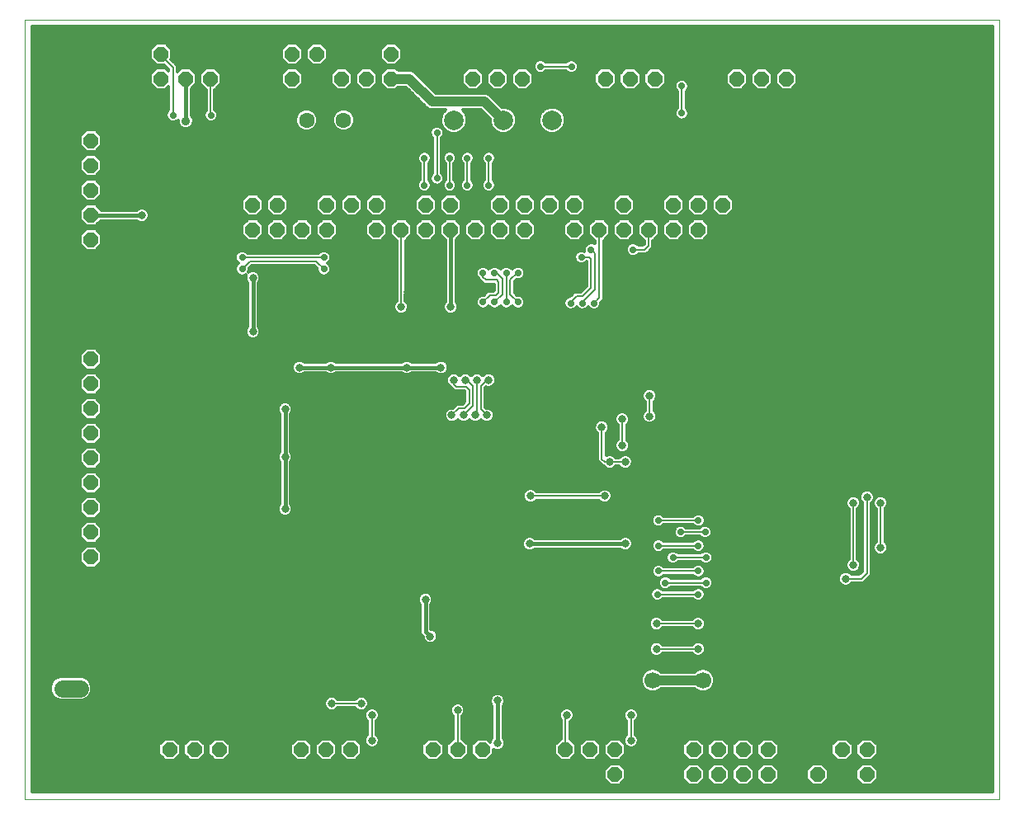
<source format=gbl>
G75*
%MOIN*%
%OFA0B0*%
%FSLAX25Y25*%
%IPPOS*%
%LPD*%
%AMOC8*
5,1,8,0,0,1.08239X$1,22.5*
%
%ADD10C,0.00394*%
%ADD11OC8,0.06000*%
%ADD12C,0.06000*%
%ADD13C,0.24409*%
%ADD14C,0.07050*%
%ADD15C,0.06299*%
%ADD16C,0.07874*%
%ADD17C,0.01200*%
%ADD18C,0.03150*%
%ADD19C,0.05906*%
%ADD20C,0.15748*%
%ADD21C,0.23622*%
%ADD22C,0.02775*%
%ADD23C,0.00787*%
%ADD24C,0.01575*%
%ADD25C,0.03543*%
%ADD26C,0.06693*%
%ADD27C,0.03937*%
D10*
X0002658Y0001600D02*
X0002658Y0316561D01*
X0396359Y0316561D01*
X0396359Y0001600D01*
X0002658Y0001600D01*
D11*
X0061162Y0021561D03*
X0071162Y0021561D03*
X0081162Y0021561D03*
X0081162Y0011561D03*
X0071162Y0011561D03*
X0114312Y0021561D03*
X0124312Y0021561D03*
X0134312Y0021561D03*
X0134312Y0011561D03*
X0124312Y0011561D03*
X0167461Y0021561D03*
X0177461Y0021561D03*
X0187461Y0021561D03*
X0187461Y0011561D03*
X0177461Y0011561D03*
X0221005Y0021561D03*
X0231005Y0021561D03*
X0241005Y0021561D03*
X0241005Y0011561D03*
X0231005Y0011561D03*
X0272776Y0011561D03*
X0282776Y0011561D03*
X0282776Y0021561D03*
X0272776Y0021561D03*
X0292776Y0021561D03*
X0302776Y0021561D03*
X0302776Y0011561D03*
X0292776Y0011561D03*
X0312776Y0011561D03*
X0322776Y0011561D03*
X0322776Y0021561D03*
X0312776Y0021561D03*
X0332776Y0021561D03*
X0342776Y0021561D03*
X0342776Y0011561D03*
X0332776Y0011561D03*
X0284666Y0231639D03*
X0274666Y0231639D03*
X0264666Y0231639D03*
X0254666Y0231639D03*
X0244666Y0231639D03*
X0234666Y0231639D03*
X0224666Y0231639D03*
X0214666Y0231639D03*
X0204666Y0231639D03*
X0194666Y0231639D03*
X0184666Y0231639D03*
X0174666Y0231639D03*
X0164666Y0231639D03*
X0154666Y0231639D03*
X0144666Y0231639D03*
X0134666Y0231639D03*
X0124666Y0231639D03*
X0114666Y0231639D03*
X0104666Y0231639D03*
X0094666Y0231639D03*
X0094666Y0241639D03*
X0104666Y0241639D03*
X0114666Y0241639D03*
X0124666Y0241639D03*
X0134666Y0241639D03*
X0144666Y0241639D03*
X0154666Y0241639D03*
X0164666Y0241639D03*
X0174666Y0241639D03*
X0184666Y0241639D03*
X0194666Y0241639D03*
X0204666Y0241639D03*
X0214666Y0241639D03*
X0224666Y0241639D03*
X0234666Y0241639D03*
X0244666Y0241639D03*
X0254666Y0241639D03*
X0264666Y0241639D03*
X0274666Y0241639D03*
X0284666Y0241639D03*
X0290296Y0292663D03*
X0290296Y0302663D03*
X0300296Y0302663D03*
X0300296Y0292663D03*
X0310296Y0292663D03*
X0257146Y0292663D03*
X0247146Y0292663D03*
X0237146Y0292663D03*
X0237146Y0302663D03*
X0247146Y0302663D03*
X0203603Y0292663D03*
X0193603Y0292663D03*
X0183603Y0292663D03*
X0183603Y0302663D03*
X0193603Y0302663D03*
X0150611Y0302663D03*
X0140611Y0302663D03*
X0130611Y0302663D03*
X0120611Y0302663D03*
X0110611Y0302663D03*
X0110611Y0292663D03*
X0120611Y0292663D03*
X0130611Y0292663D03*
X0140611Y0292663D03*
X0150611Y0292663D03*
X0077619Y0292663D03*
X0067619Y0292663D03*
X0057619Y0292663D03*
X0057619Y0302663D03*
X0067619Y0302663D03*
X0029312Y0267663D03*
X0029312Y0257663D03*
X0019312Y0257663D03*
X0019312Y0267663D03*
X0019312Y0247663D03*
X0029312Y0247663D03*
X0029312Y0237663D03*
X0029312Y0227663D03*
X0019312Y0227663D03*
X0019312Y0237663D03*
X0019312Y0179395D03*
X0019312Y0169395D03*
X0019312Y0159395D03*
X0019312Y0149395D03*
X0029312Y0149395D03*
X0029312Y0159395D03*
X0029312Y0169395D03*
X0029312Y0179395D03*
X0029312Y0139395D03*
X0029312Y0129395D03*
X0029312Y0119395D03*
X0029312Y0109395D03*
X0029312Y0099395D03*
X0019312Y0099395D03*
X0019312Y0109395D03*
X0019312Y0119395D03*
X0019312Y0129395D03*
X0019312Y0139395D03*
D12*
X0061162Y0011561D03*
X0114312Y0011561D03*
X0167461Y0011561D03*
X0221005Y0011561D03*
X0203603Y0302663D03*
X0257146Y0302663D03*
X0310296Y0302663D03*
X0077619Y0302663D03*
D13*
X0075493Y0236639D03*
X0303839Y0236639D03*
X0303839Y0043726D03*
X0075493Y0043726D03*
D14*
X0024825Y0046324D02*
X0017775Y0046324D01*
X0017775Y0066324D02*
X0024825Y0066324D01*
D15*
X0116517Y0276009D03*
X0131398Y0276009D03*
D16*
X0176044Y0276009D03*
X0195887Y0276009D03*
X0215729Y0276009D03*
D17*
X0221066Y0276059D02*
X0267295Y0276059D01*
X0267461Y0275991D02*
X0268565Y0275991D01*
X0269584Y0276413D01*
X0270365Y0277194D01*
X0270787Y0278213D01*
X0270787Y0279317D01*
X0270365Y0280337D01*
X0269794Y0280908D01*
X0269794Y0287646D01*
X0270365Y0288217D01*
X0270787Y0289237D01*
X0270787Y0290341D01*
X0270365Y0291361D01*
X0269584Y0292141D01*
X0268565Y0292564D01*
X0267461Y0292564D01*
X0266441Y0292141D01*
X0265660Y0291361D01*
X0265238Y0290341D01*
X0265238Y0289237D01*
X0265660Y0288217D01*
X0266231Y0287646D01*
X0266231Y0280908D01*
X0265660Y0280337D01*
X0265238Y0279317D01*
X0265238Y0278213D01*
X0265660Y0277194D01*
X0266441Y0276413D01*
X0267461Y0275991D01*
X0268730Y0276059D02*
X0393562Y0276059D01*
X0393562Y0274861D02*
X0221030Y0274861D01*
X0221066Y0274948D02*
X0220254Y0272986D01*
X0218752Y0271485D01*
X0216791Y0270672D01*
X0214668Y0270672D01*
X0212706Y0271485D01*
X0211205Y0272986D01*
X0210392Y0274948D01*
X0210392Y0277071D01*
X0211205Y0279033D01*
X0212706Y0280534D01*
X0214668Y0281346D01*
X0216791Y0281346D01*
X0218752Y0280534D01*
X0220254Y0279033D01*
X0221066Y0277071D01*
X0221066Y0274948D01*
X0220534Y0273662D02*
X0393562Y0273662D01*
X0393562Y0272464D02*
X0219731Y0272464D01*
X0218221Y0271265D02*
X0393562Y0271265D01*
X0393562Y0270067D02*
X0171855Y0270067D01*
X0171968Y0270339D02*
X0171968Y0271443D01*
X0171546Y0272463D01*
X0170765Y0273244D01*
X0169746Y0273666D01*
X0168642Y0273666D01*
X0167622Y0273244D01*
X0166841Y0272463D01*
X0166419Y0271443D01*
X0166419Y0270339D01*
X0166841Y0269320D01*
X0167413Y0268748D01*
X0167413Y0254530D01*
X0166841Y0253959D01*
X0166419Y0252939D01*
X0166419Y0251835D01*
X0166841Y0250816D01*
X0167622Y0250035D01*
X0168642Y0249613D01*
X0169746Y0249613D01*
X0170765Y0250035D01*
X0171546Y0250816D01*
X0171968Y0251835D01*
X0171968Y0252939D01*
X0171546Y0253959D01*
X0170975Y0254530D01*
X0170975Y0268748D01*
X0171546Y0269320D01*
X0171968Y0270339D01*
X0171968Y0271265D02*
X0173552Y0271265D01*
X0173021Y0271485D02*
X0174982Y0270672D01*
X0177106Y0270672D01*
X0179067Y0271485D01*
X0180569Y0272986D01*
X0181381Y0274948D01*
X0181381Y0277071D01*
X0180569Y0279033D01*
X0179467Y0280134D01*
X0187016Y0280134D01*
X0190550Y0276600D01*
X0190550Y0274948D01*
X0191362Y0272986D01*
X0192863Y0271485D01*
X0194825Y0270672D01*
X0196948Y0270672D01*
X0198910Y0271485D01*
X0200411Y0272986D01*
X0201224Y0274948D01*
X0201224Y0277071D01*
X0200411Y0279033D01*
X0198910Y0280534D01*
X0196948Y0281346D01*
X0195296Y0281346D01*
X0190307Y0286335D01*
X0189074Y0286846D01*
X0168615Y0286846D01*
X0266231Y0286846D01*
X0266231Y0285647D02*
X0190995Y0285647D01*
X0192193Y0284449D02*
X0266231Y0284449D01*
X0266231Y0283250D02*
X0193392Y0283250D01*
X0194590Y0282052D02*
X0266231Y0282052D01*
X0266176Y0280853D02*
X0217982Y0280853D01*
X0219632Y0279655D02*
X0265378Y0279655D01*
X0265238Y0278456D02*
X0220492Y0278456D01*
X0220989Y0277258D02*
X0265634Y0277258D01*
X0270391Y0277258D02*
X0393562Y0277258D01*
X0393562Y0278456D02*
X0270787Y0278456D01*
X0270648Y0279655D02*
X0393562Y0279655D01*
X0393562Y0280853D02*
X0269849Y0280853D01*
X0269794Y0282052D02*
X0393562Y0282052D01*
X0393562Y0283250D02*
X0269794Y0283250D01*
X0269794Y0284449D02*
X0393562Y0284449D01*
X0393562Y0285647D02*
X0269794Y0285647D01*
X0269794Y0286846D02*
X0393562Y0286846D01*
X0393562Y0288044D02*
X0270192Y0288044D01*
X0270787Y0289243D02*
X0287494Y0289243D01*
X0288474Y0288263D02*
X0292119Y0288263D01*
X0294696Y0290840D01*
X0294696Y0294486D01*
X0292119Y0297063D01*
X0288474Y0297063D01*
X0285896Y0294486D01*
X0285896Y0290840D01*
X0288474Y0288263D01*
X0286295Y0290441D02*
X0270746Y0290441D01*
X0270086Y0291640D02*
X0285896Y0291640D01*
X0285896Y0292838D02*
X0261546Y0292838D01*
X0261546Y0291640D02*
X0265939Y0291640D01*
X0265279Y0290441D02*
X0261147Y0290441D01*
X0261546Y0290840D02*
X0258969Y0288263D01*
X0255324Y0288263D01*
X0252746Y0290840D01*
X0252746Y0294486D01*
X0255324Y0297063D01*
X0258969Y0297063D01*
X0261546Y0294486D01*
X0261546Y0290840D01*
X0259949Y0289243D02*
X0265238Y0289243D01*
X0265833Y0288044D02*
X0167417Y0288044D01*
X0168615Y0286846D02*
X0159953Y0295508D01*
X0158720Y0296019D01*
X0153478Y0296019D01*
X0152434Y0297063D01*
X0148788Y0297063D01*
X0146211Y0294486D01*
X0146211Y0290840D01*
X0148788Y0288263D01*
X0152434Y0288263D01*
X0153478Y0289307D01*
X0156662Y0289307D01*
X0164380Y0281589D01*
X0165324Y0280645D01*
X0166558Y0280134D01*
X0172621Y0280134D01*
X0171520Y0279033D01*
X0170707Y0277071D01*
X0170707Y0274948D01*
X0171520Y0272986D01*
X0173021Y0271485D01*
X0172042Y0272464D02*
X0171546Y0272464D01*
X0171240Y0273662D02*
X0169755Y0273662D01*
X0168632Y0273662D02*
X0135351Y0273662D01*
X0135255Y0273432D02*
X0135948Y0275104D01*
X0135948Y0276914D01*
X0135255Y0278587D01*
X0133976Y0279866D01*
X0132303Y0280559D01*
X0130493Y0280559D01*
X0128821Y0279866D01*
X0127541Y0278587D01*
X0126849Y0276914D01*
X0126849Y0275104D01*
X0127541Y0273432D01*
X0128821Y0272152D01*
X0130493Y0271460D01*
X0132303Y0271460D01*
X0133976Y0272152D01*
X0135255Y0273432D01*
X0134287Y0272464D02*
X0166842Y0272464D01*
X0166419Y0271265D02*
X0031932Y0271265D01*
X0031134Y0272063D02*
X0027489Y0272063D01*
X0024912Y0269486D01*
X0024912Y0265840D01*
X0027489Y0263263D01*
X0031134Y0263263D01*
X0033712Y0265840D01*
X0033712Y0269486D01*
X0031134Y0272063D01*
X0033131Y0270067D02*
X0166532Y0270067D01*
X0167293Y0268868D02*
X0033712Y0268868D01*
X0033712Y0267670D02*
X0167413Y0267670D01*
X0167413Y0266471D02*
X0033712Y0266471D01*
X0033144Y0265272D02*
X0167413Y0265272D01*
X0167413Y0264074D02*
X0031945Y0264074D01*
X0031134Y0262063D02*
X0027489Y0262063D01*
X0024912Y0259486D01*
X0024912Y0255840D01*
X0027489Y0253263D01*
X0031134Y0253263D01*
X0033712Y0255840D01*
X0033712Y0259486D01*
X0031134Y0262063D01*
X0031520Y0261677D02*
X0161495Y0261677D01*
X0161301Y0261207D02*
X0161301Y0260103D01*
X0161723Y0259083D01*
X0162294Y0258512D01*
X0162294Y0251775D01*
X0161723Y0251203D01*
X0161301Y0250183D01*
X0161301Y0249080D01*
X0161723Y0248060D01*
X0162504Y0247279D01*
X0163524Y0246857D01*
X0164628Y0246857D01*
X0165647Y0247279D01*
X0166428Y0248060D01*
X0166850Y0249080D01*
X0166850Y0250183D01*
X0166428Y0251203D01*
X0165857Y0251775D01*
X0165857Y0258512D01*
X0166428Y0259083D01*
X0166850Y0260103D01*
X0166850Y0261207D01*
X0166428Y0262227D01*
X0165647Y0263007D01*
X0164628Y0263430D01*
X0163524Y0263430D01*
X0162504Y0263007D01*
X0161723Y0262227D01*
X0161301Y0261207D01*
X0161301Y0260478D02*
X0032719Y0260478D01*
X0033712Y0259280D02*
X0161642Y0259280D01*
X0162294Y0258081D02*
X0033712Y0258081D01*
X0033712Y0256883D02*
X0162294Y0256883D01*
X0162294Y0255684D02*
X0033556Y0255684D01*
X0032357Y0254486D02*
X0162294Y0254486D01*
X0162294Y0253287D02*
X0031159Y0253287D01*
X0031134Y0252063D02*
X0027489Y0252063D01*
X0024912Y0249486D01*
X0024912Y0245840D01*
X0027489Y0243263D01*
X0031134Y0243263D01*
X0033712Y0245840D01*
X0033712Y0249486D01*
X0031134Y0252063D01*
X0032307Y0250890D02*
X0161594Y0250890D01*
X0161301Y0249692D02*
X0033505Y0249692D01*
X0033712Y0248493D02*
X0161544Y0248493D01*
X0162488Y0247295D02*
X0033712Y0247295D01*
X0033712Y0246096D02*
X0393562Y0246096D01*
X0393562Y0244898D02*
X0287630Y0244898D01*
X0286489Y0246039D02*
X0289066Y0243462D01*
X0289066Y0239817D01*
X0286489Y0237239D01*
X0282844Y0237239D01*
X0280266Y0239817D01*
X0280266Y0243462D01*
X0282844Y0246039D01*
X0286489Y0246039D01*
X0288829Y0243699D02*
X0393562Y0243699D01*
X0393562Y0242501D02*
X0289066Y0242501D01*
X0289066Y0241302D02*
X0393562Y0241302D01*
X0393562Y0240104D02*
X0289066Y0240104D01*
X0288155Y0238905D02*
X0393562Y0238905D01*
X0393562Y0237707D02*
X0286956Y0237707D01*
X0282376Y0237707D02*
X0276956Y0237707D01*
X0276489Y0237239D02*
X0279066Y0239817D01*
X0279066Y0243462D01*
X0276489Y0246039D01*
X0272844Y0246039D01*
X0270266Y0243462D01*
X0270266Y0239817D01*
X0272844Y0237239D01*
X0276489Y0237239D01*
X0276489Y0236039D02*
X0272844Y0236039D01*
X0270266Y0233462D01*
X0270266Y0229817D01*
X0272844Y0227239D01*
X0276489Y0227239D01*
X0279066Y0229817D01*
X0279066Y0233462D01*
X0276489Y0236039D01*
X0277218Y0235310D02*
X0393562Y0235310D01*
X0393562Y0236508D02*
X0052728Y0236508D01*
X0052865Y0236838D02*
X0052414Y0235749D01*
X0051580Y0234916D01*
X0050492Y0234465D01*
X0049313Y0234465D01*
X0048224Y0234916D01*
X0047888Y0235252D01*
X0033123Y0235252D01*
X0031134Y0233263D01*
X0027489Y0233263D01*
X0024912Y0235840D01*
X0024912Y0239486D01*
X0027489Y0242063D01*
X0031134Y0242063D01*
X0033596Y0239602D01*
X0047888Y0239602D01*
X0048224Y0239938D01*
X0049313Y0240389D01*
X0050492Y0240389D01*
X0051580Y0239938D01*
X0052414Y0239105D01*
X0052865Y0238016D01*
X0052865Y0236838D01*
X0052865Y0237707D02*
X0092376Y0237707D01*
X0092844Y0237239D02*
X0096489Y0237239D01*
X0099066Y0239817D01*
X0099066Y0243462D01*
X0096489Y0246039D01*
X0092844Y0246039D01*
X0090266Y0243462D01*
X0090266Y0239817D01*
X0092844Y0237239D01*
X0092844Y0236039D02*
X0090266Y0233462D01*
X0090266Y0229817D01*
X0092844Y0227239D01*
X0096489Y0227239D01*
X0099066Y0229817D01*
X0099066Y0233462D01*
X0096489Y0236039D01*
X0092844Y0236039D01*
X0092114Y0235310D02*
X0051974Y0235310D01*
X0052496Y0238905D02*
X0091178Y0238905D01*
X0090266Y0240104D02*
X0051180Y0240104D01*
X0048625Y0240104D02*
X0033094Y0240104D01*
X0031895Y0241302D02*
X0090266Y0241302D01*
X0090266Y0242501D02*
X0005455Y0242501D01*
X0005455Y0243699D02*
X0027053Y0243699D01*
X0025854Y0244898D02*
X0005455Y0244898D01*
X0005455Y0246096D02*
X0024912Y0246096D01*
X0024912Y0247295D02*
X0005455Y0247295D01*
X0005455Y0248493D02*
X0024912Y0248493D01*
X0025118Y0249692D02*
X0005455Y0249692D01*
X0005455Y0250890D02*
X0026317Y0250890D01*
X0027465Y0253287D02*
X0005455Y0253287D01*
X0005455Y0252089D02*
X0162294Y0252089D01*
X0165857Y0252089D02*
X0166419Y0252089D01*
X0166558Y0250890D02*
X0166810Y0250890D01*
X0166850Y0249692D02*
X0168450Y0249692D01*
X0169937Y0249692D02*
X0171537Y0249692D01*
X0171537Y0250183D02*
X0171537Y0249080D01*
X0171959Y0248060D01*
X0172740Y0247279D01*
X0173760Y0246857D01*
X0174864Y0246857D01*
X0175884Y0247279D01*
X0176664Y0248060D01*
X0177087Y0249080D01*
X0177087Y0250183D01*
X0176664Y0251203D01*
X0176093Y0251775D01*
X0176093Y0258512D01*
X0176664Y0259083D01*
X0177087Y0260103D01*
X0177087Y0261207D01*
X0176664Y0262227D01*
X0175884Y0263007D01*
X0174864Y0263430D01*
X0173760Y0263430D01*
X0172740Y0263007D01*
X0171959Y0262227D01*
X0171537Y0261207D01*
X0171537Y0260103D01*
X0171959Y0259083D01*
X0172531Y0258512D01*
X0172531Y0251775D01*
X0171959Y0251203D01*
X0171537Y0250183D01*
X0171577Y0250890D02*
X0171830Y0250890D01*
X0171968Y0252089D02*
X0172531Y0252089D01*
X0172531Y0253287D02*
X0171824Y0253287D01*
X0172531Y0254486D02*
X0171019Y0254486D01*
X0170975Y0255684D02*
X0172531Y0255684D01*
X0172531Y0256883D02*
X0170975Y0256883D01*
X0170975Y0258081D02*
X0172531Y0258081D01*
X0171878Y0259280D02*
X0170975Y0259280D01*
X0170975Y0260478D02*
X0171537Y0260478D01*
X0171732Y0261677D02*
X0170975Y0261677D01*
X0170975Y0262875D02*
X0172608Y0262875D01*
X0170975Y0264074D02*
X0393562Y0264074D01*
X0393562Y0265272D02*
X0170975Y0265272D01*
X0170975Y0266471D02*
X0393562Y0266471D01*
X0393562Y0267670D02*
X0170975Y0267670D01*
X0171095Y0268868D02*
X0393562Y0268868D01*
X0393562Y0262875D02*
X0191764Y0262875D01*
X0191632Y0263007D02*
X0192412Y0262227D01*
X0192835Y0261207D01*
X0192835Y0260103D01*
X0192412Y0259083D01*
X0191841Y0258512D01*
X0191841Y0251775D01*
X0192412Y0251203D01*
X0192835Y0250183D01*
X0192835Y0249080D01*
X0192412Y0248060D01*
X0191632Y0247279D01*
X0190612Y0246857D01*
X0189508Y0246857D01*
X0188488Y0247279D01*
X0187707Y0248060D01*
X0187285Y0249080D01*
X0187285Y0250183D01*
X0187707Y0251203D01*
X0188279Y0251775D01*
X0188279Y0258512D01*
X0187707Y0259083D01*
X0187285Y0260103D01*
X0187285Y0261207D01*
X0187707Y0262227D01*
X0188488Y0263007D01*
X0189508Y0263430D01*
X0190612Y0263430D01*
X0191632Y0263007D01*
X0192640Y0261677D02*
X0393562Y0261677D01*
X0393562Y0260478D02*
X0192835Y0260478D01*
X0192494Y0259280D02*
X0393562Y0259280D01*
X0393562Y0258081D02*
X0191841Y0258081D01*
X0191841Y0256883D02*
X0393562Y0256883D01*
X0393562Y0255684D02*
X0191841Y0255684D01*
X0191841Y0254486D02*
X0393562Y0254486D01*
X0393562Y0253287D02*
X0191841Y0253287D01*
X0191841Y0252089D02*
X0393562Y0252089D01*
X0393562Y0250890D02*
X0192542Y0250890D01*
X0192835Y0249692D02*
X0393562Y0249692D01*
X0393562Y0248493D02*
X0192592Y0248493D01*
X0191647Y0247295D02*
X0393562Y0247295D01*
X0393562Y0234111D02*
X0278417Y0234111D01*
X0279066Y0232913D02*
X0393562Y0232913D01*
X0393562Y0231714D02*
X0279066Y0231714D01*
X0279066Y0230516D02*
X0393562Y0230516D01*
X0393562Y0229317D02*
X0278566Y0229317D01*
X0277368Y0228119D02*
X0393562Y0228119D01*
X0393562Y0226920D02*
X0256408Y0226920D01*
X0256408Y0227239D02*
X0256489Y0227239D01*
X0259066Y0229817D01*
X0259066Y0233462D01*
X0256489Y0236039D01*
X0252844Y0236039D01*
X0250266Y0233462D01*
X0250266Y0229817D01*
X0252844Y0227239D01*
X0252846Y0227239D01*
X0252846Y0225960D01*
X0252314Y0225428D01*
X0250471Y0225428D01*
X0249899Y0226000D01*
X0248880Y0226422D01*
X0247776Y0226422D01*
X0246756Y0226000D01*
X0245975Y0225219D01*
X0245553Y0224199D01*
X0245553Y0223095D01*
X0245975Y0222075D01*
X0246756Y0221295D01*
X0247776Y0220872D01*
X0248880Y0220872D01*
X0249899Y0221295D01*
X0250471Y0221866D01*
X0253790Y0221866D01*
X0254833Y0222909D01*
X0256408Y0224484D01*
X0256408Y0227239D01*
X0257368Y0228119D02*
X0261964Y0228119D01*
X0262844Y0227239D02*
X0266489Y0227239D01*
X0269066Y0229817D01*
X0269066Y0233462D01*
X0266489Y0236039D01*
X0262844Y0236039D01*
X0260266Y0233462D01*
X0260266Y0229817D01*
X0262844Y0227239D01*
X0260766Y0229317D02*
X0258566Y0229317D01*
X0259066Y0230516D02*
X0260266Y0230516D01*
X0260266Y0231714D02*
X0259066Y0231714D01*
X0259066Y0232913D02*
X0260266Y0232913D01*
X0260915Y0234111D02*
X0258417Y0234111D01*
X0257218Y0235310D02*
X0262114Y0235310D01*
X0262844Y0237239D02*
X0266489Y0237239D01*
X0269066Y0239817D01*
X0269066Y0243462D01*
X0266489Y0246039D01*
X0262844Y0246039D01*
X0260266Y0243462D01*
X0260266Y0239817D01*
X0262844Y0237239D01*
X0262376Y0237707D02*
X0246956Y0237707D01*
X0246489Y0237239D02*
X0249066Y0239817D01*
X0249066Y0243462D01*
X0246489Y0246039D01*
X0242844Y0246039D01*
X0240266Y0243462D01*
X0240266Y0239817D01*
X0242844Y0237239D01*
X0246489Y0237239D01*
X0246489Y0236039D02*
X0242844Y0236039D01*
X0240266Y0233462D01*
X0240266Y0229817D01*
X0242844Y0227239D01*
X0246489Y0227239D01*
X0249066Y0229817D01*
X0249066Y0233462D01*
X0246489Y0236039D01*
X0247218Y0235310D02*
X0252114Y0235310D01*
X0250915Y0234111D02*
X0248417Y0234111D01*
X0249066Y0232913D02*
X0250266Y0232913D01*
X0250266Y0231714D02*
X0249066Y0231714D01*
X0249066Y0230516D02*
X0250266Y0230516D01*
X0250766Y0229317D02*
X0248566Y0229317D01*
X0247368Y0228119D02*
X0251964Y0228119D01*
X0252846Y0226920D02*
X0236447Y0226920D01*
X0236447Y0227239D02*
X0236489Y0227239D01*
X0239066Y0229817D01*
X0239066Y0233462D01*
X0236489Y0236039D01*
X0232844Y0236039D01*
X0230266Y0233462D01*
X0230266Y0229817D01*
X0232844Y0227239D01*
X0232885Y0227239D01*
X0232885Y0226035D01*
X0231950Y0226422D01*
X0230846Y0226422D01*
X0229827Y0226000D01*
X0229046Y0225219D01*
X0228624Y0224199D01*
X0228624Y0223095D01*
X0228661Y0223004D01*
X0228013Y0223272D01*
X0226909Y0223272D01*
X0225890Y0222850D01*
X0225109Y0222069D01*
X0224687Y0221050D01*
X0224687Y0219946D01*
X0225109Y0218926D01*
X0225890Y0218145D01*
X0226909Y0217723D01*
X0228013Y0217723D01*
X0229033Y0218145D01*
X0229604Y0218717D01*
X0229617Y0218717D01*
X0229617Y0209031D01*
X0227117Y0206531D01*
X0224755Y0206531D01*
X0223712Y0205487D01*
X0222993Y0204768D01*
X0222579Y0204768D01*
X0221559Y0204346D01*
X0220778Y0203565D01*
X0220356Y0202546D01*
X0220356Y0201442D01*
X0220778Y0200422D01*
X0221559Y0199641D01*
X0222579Y0199219D01*
X0223683Y0199219D01*
X0224702Y0199641D01*
X0225483Y0200422D01*
X0225493Y0200446D01*
X0225503Y0200422D01*
X0226283Y0199641D01*
X0227303Y0199219D01*
X0228407Y0199219D01*
X0229427Y0199641D01*
X0230207Y0200422D01*
X0230217Y0200446D01*
X0230227Y0200422D01*
X0231008Y0199641D01*
X0232028Y0199219D01*
X0233131Y0199219D01*
X0234151Y0199641D01*
X0234932Y0200422D01*
X0235354Y0201442D01*
X0235354Y0202250D01*
X0236447Y0203343D01*
X0236447Y0227239D01*
X0237368Y0228119D02*
X0241964Y0228119D01*
X0240766Y0229317D02*
X0238566Y0229317D01*
X0239066Y0230516D02*
X0240266Y0230516D01*
X0240266Y0231714D02*
X0239066Y0231714D01*
X0239066Y0232913D02*
X0240266Y0232913D01*
X0240915Y0234111D02*
X0238417Y0234111D01*
X0237218Y0235310D02*
X0242114Y0235310D01*
X0242376Y0237707D02*
X0226956Y0237707D01*
X0226489Y0237239D02*
X0229066Y0239817D01*
X0229066Y0243462D01*
X0226489Y0246039D01*
X0222844Y0246039D01*
X0220266Y0243462D01*
X0220266Y0239817D01*
X0222844Y0237239D01*
X0226489Y0237239D01*
X0226489Y0236039D02*
X0222844Y0236039D01*
X0220266Y0233462D01*
X0220266Y0229817D01*
X0222844Y0227239D01*
X0226489Y0227239D01*
X0229066Y0229817D01*
X0229066Y0233462D01*
X0226489Y0236039D01*
X0227218Y0235310D02*
X0232114Y0235310D01*
X0230915Y0234111D02*
X0228417Y0234111D01*
X0229066Y0232913D02*
X0230266Y0232913D01*
X0230266Y0231714D02*
X0229066Y0231714D01*
X0229066Y0230516D02*
X0230266Y0230516D01*
X0230766Y0229317D02*
X0228566Y0229317D01*
X0227368Y0228119D02*
X0231964Y0228119D01*
X0232885Y0226920D02*
X0176841Y0226920D01*
X0176841Y0227592D02*
X0179066Y0229817D01*
X0179066Y0233462D01*
X0176489Y0236039D01*
X0172844Y0236039D01*
X0170266Y0233462D01*
X0170266Y0229817D01*
X0172491Y0227592D01*
X0172491Y0209227D01*
X0172487Y0209222D01*
X0172491Y0208327D01*
X0172491Y0207431D01*
X0172496Y0207427D01*
X0172521Y0202423D01*
X0172194Y0202097D01*
X0171743Y0201008D01*
X0171743Y0199830D01*
X0172194Y0198741D01*
X0173028Y0197908D01*
X0174116Y0197457D01*
X0175295Y0197457D01*
X0176383Y0197908D01*
X0177217Y0198741D01*
X0177668Y0199830D01*
X0177668Y0201008D01*
X0177217Y0202097D01*
X0176870Y0202443D01*
X0176841Y0208339D01*
X0176841Y0227592D01*
X0177368Y0228119D02*
X0181964Y0228119D01*
X0182844Y0227239D02*
X0186489Y0227239D01*
X0189066Y0229817D01*
X0189066Y0233462D01*
X0186489Y0236039D01*
X0182844Y0236039D01*
X0180266Y0233462D01*
X0180266Y0229817D01*
X0182844Y0227239D01*
X0180766Y0229317D02*
X0178566Y0229317D01*
X0179066Y0230516D02*
X0180266Y0230516D01*
X0180266Y0231714D02*
X0179066Y0231714D01*
X0179066Y0232913D02*
X0180266Y0232913D01*
X0180915Y0234111D02*
X0178417Y0234111D01*
X0177218Y0235310D02*
X0182114Y0235310D01*
X0187218Y0235310D02*
X0192114Y0235310D01*
X0192844Y0236039D02*
X0190266Y0233462D01*
X0190266Y0229817D01*
X0192844Y0227239D01*
X0196489Y0227239D01*
X0199066Y0229817D01*
X0199066Y0233462D01*
X0196489Y0236039D01*
X0192844Y0236039D01*
X0192844Y0237239D02*
X0196489Y0237239D01*
X0199066Y0239817D01*
X0199066Y0243462D01*
X0196489Y0246039D01*
X0192844Y0246039D01*
X0190266Y0243462D01*
X0190266Y0239817D01*
X0192844Y0237239D01*
X0192376Y0237707D02*
X0176956Y0237707D01*
X0176489Y0237239D02*
X0179066Y0239817D01*
X0179066Y0243462D01*
X0176489Y0246039D01*
X0172844Y0246039D01*
X0170266Y0243462D01*
X0170266Y0239817D01*
X0172844Y0237239D01*
X0176489Y0237239D01*
X0178155Y0238905D02*
X0191178Y0238905D01*
X0190266Y0240104D02*
X0179066Y0240104D01*
X0179066Y0241302D02*
X0190266Y0241302D01*
X0190266Y0242501D02*
X0179066Y0242501D01*
X0178829Y0243699D02*
X0190504Y0243699D01*
X0191702Y0244898D02*
X0177630Y0244898D01*
X0175899Y0247295D02*
X0179811Y0247295D01*
X0179827Y0247279D02*
X0180846Y0246857D01*
X0181950Y0246857D01*
X0182970Y0247279D01*
X0183751Y0248060D01*
X0184173Y0249080D01*
X0184173Y0250183D01*
X0183751Y0251203D01*
X0183180Y0251775D01*
X0183180Y0258512D01*
X0183751Y0259083D01*
X0184173Y0260103D01*
X0184173Y0261207D01*
X0183751Y0262227D01*
X0182970Y0263007D01*
X0181950Y0263430D01*
X0180846Y0263430D01*
X0179827Y0263007D01*
X0179046Y0262227D01*
X0178624Y0261207D01*
X0178624Y0260103D01*
X0179046Y0259083D01*
X0179617Y0258512D01*
X0179617Y0251775D01*
X0179046Y0251203D01*
X0178624Y0250183D01*
X0178624Y0249080D01*
X0179046Y0248060D01*
X0179827Y0247279D01*
X0178866Y0248493D02*
X0176844Y0248493D01*
X0177087Y0249692D02*
X0178624Y0249692D01*
X0178916Y0250890D02*
X0176794Y0250890D01*
X0176093Y0252089D02*
X0179617Y0252089D01*
X0179617Y0253287D02*
X0176093Y0253287D01*
X0176093Y0254486D02*
X0179617Y0254486D01*
X0179617Y0255684D02*
X0176093Y0255684D01*
X0176093Y0256883D02*
X0179617Y0256883D01*
X0179617Y0258081D02*
X0176093Y0258081D01*
X0176746Y0259280D02*
X0178965Y0259280D01*
X0178624Y0260478D02*
X0177087Y0260478D01*
X0176892Y0261677D02*
X0178818Y0261677D01*
X0179695Y0262875D02*
X0176016Y0262875D01*
X0183102Y0262875D02*
X0188356Y0262875D01*
X0187480Y0261677D02*
X0183979Y0261677D01*
X0184173Y0260478D02*
X0187285Y0260478D01*
X0187626Y0259280D02*
X0183832Y0259280D01*
X0183180Y0258081D02*
X0188279Y0258081D01*
X0188279Y0256883D02*
X0183180Y0256883D01*
X0183180Y0255684D02*
X0188279Y0255684D01*
X0188279Y0254486D02*
X0183180Y0254486D01*
X0183180Y0253287D02*
X0188279Y0253287D01*
X0188279Y0252089D02*
X0183180Y0252089D01*
X0183880Y0250890D02*
X0187578Y0250890D01*
X0187285Y0249692D02*
X0184173Y0249692D01*
X0183930Y0248493D02*
X0187528Y0248493D01*
X0188472Y0247295D02*
X0182986Y0247295D01*
X0172724Y0247295D02*
X0165663Y0247295D01*
X0166489Y0246039D02*
X0162844Y0246039D01*
X0160266Y0243462D01*
X0160266Y0239817D01*
X0162844Y0237239D01*
X0166489Y0237239D01*
X0169066Y0239817D01*
X0169066Y0243462D01*
X0166489Y0246039D01*
X0167630Y0244898D02*
X0171702Y0244898D01*
X0170504Y0243699D02*
X0168829Y0243699D01*
X0169066Y0242501D02*
X0170266Y0242501D01*
X0170266Y0241302D02*
X0169066Y0241302D01*
X0169066Y0240104D02*
X0170266Y0240104D01*
X0171178Y0238905D02*
X0168155Y0238905D01*
X0166956Y0237707D02*
X0172376Y0237707D01*
X0172114Y0235310D02*
X0167218Y0235310D01*
X0166489Y0236039D02*
X0162844Y0236039D01*
X0160266Y0233462D01*
X0160266Y0229817D01*
X0162844Y0227239D01*
X0166489Y0227239D01*
X0169066Y0229817D01*
X0169066Y0233462D01*
X0166489Y0236039D01*
X0168417Y0234111D02*
X0170915Y0234111D01*
X0170266Y0232913D02*
X0169066Y0232913D01*
X0169066Y0231714D02*
X0170266Y0231714D01*
X0170266Y0230516D02*
X0169066Y0230516D01*
X0168566Y0229317D02*
X0170766Y0229317D01*
X0171964Y0228119D02*
X0167368Y0228119D01*
X0161964Y0228119D02*
X0157368Y0228119D01*
X0156489Y0227239D02*
X0159066Y0229817D01*
X0159066Y0233462D01*
X0156489Y0236039D01*
X0152844Y0236039D01*
X0150266Y0233462D01*
X0150266Y0229817D01*
X0152844Y0227239D01*
X0152885Y0227239D01*
X0152885Y0209438D01*
X0152856Y0202838D01*
X0152116Y0202097D01*
X0151665Y0201008D01*
X0151665Y0199830D01*
X0152116Y0198741D01*
X0152949Y0197908D01*
X0154038Y0197457D01*
X0155216Y0197457D01*
X0156305Y0197908D01*
X0157138Y0198741D01*
X0157589Y0199830D01*
X0157589Y0201008D01*
X0157138Y0202097D01*
X0156418Y0202816D01*
X0156444Y0208694D01*
X0156447Y0208697D01*
X0156447Y0209433D01*
X0156450Y0210165D01*
X0156447Y0210168D01*
X0156447Y0227239D01*
X0156489Y0227239D01*
X0156447Y0226920D02*
X0172491Y0226920D01*
X0172491Y0225722D02*
X0156447Y0225722D01*
X0156447Y0224523D02*
X0172491Y0224523D01*
X0172491Y0223325D02*
X0156447Y0223325D01*
X0156447Y0222126D02*
X0172491Y0222126D01*
X0172491Y0220928D02*
X0156447Y0220928D01*
X0156447Y0219729D02*
X0172491Y0219729D01*
X0172491Y0218531D02*
X0156447Y0218531D01*
X0156447Y0217332D02*
X0172491Y0217332D01*
X0172491Y0216134D02*
X0156447Y0216134D01*
X0156447Y0214935D02*
X0172491Y0214935D01*
X0172491Y0213737D02*
X0156447Y0213737D01*
X0156447Y0212538D02*
X0172491Y0212538D01*
X0172491Y0211339D02*
X0156447Y0211339D01*
X0156450Y0210141D02*
X0172491Y0210141D01*
X0172488Y0208942D02*
X0156447Y0208942D01*
X0156440Y0207744D02*
X0172491Y0207744D01*
X0172500Y0206545D02*
X0156435Y0206545D01*
X0156429Y0205347D02*
X0172506Y0205347D01*
X0172512Y0204148D02*
X0156424Y0204148D01*
X0156419Y0202950D02*
X0172518Y0202950D01*
X0172051Y0201751D02*
X0157281Y0201751D01*
X0157589Y0200553D02*
X0171743Y0200553D01*
X0171940Y0199354D02*
X0157392Y0199354D01*
X0156553Y0198156D02*
X0172779Y0198156D01*
X0176632Y0198156D02*
X0393562Y0198156D01*
X0393562Y0199354D02*
X0233459Y0199354D01*
X0231701Y0199354D02*
X0228734Y0199354D01*
X0226976Y0199354D02*
X0224010Y0199354D01*
X0222252Y0199354D02*
X0177471Y0199354D01*
X0177668Y0200553D02*
X0185608Y0200553D01*
X0185345Y0200816D02*
X0186126Y0200035D01*
X0187146Y0199613D01*
X0188250Y0199613D01*
X0189269Y0200035D01*
X0190050Y0200816D01*
X0190060Y0200839D01*
X0190070Y0200816D01*
X0190850Y0200035D01*
X0191870Y0199613D01*
X0192974Y0199613D01*
X0193994Y0200035D01*
X0194774Y0200816D01*
X0194784Y0200839D01*
X0194794Y0200816D01*
X0195575Y0200035D01*
X0196595Y0199613D01*
X0197698Y0199613D01*
X0198718Y0200035D01*
X0199499Y0200816D01*
X0199509Y0200839D01*
X0199519Y0200816D01*
X0200299Y0200035D01*
X0201319Y0199613D01*
X0202423Y0199613D01*
X0203443Y0200035D01*
X0204223Y0200816D01*
X0204646Y0201835D01*
X0204646Y0202939D01*
X0204223Y0203959D01*
X0203443Y0204740D01*
X0202423Y0205162D01*
X0201615Y0205162D01*
X0200502Y0206275D01*
X0200502Y0210705D01*
X0201250Y0211452D01*
X0201319Y0211424D01*
X0202423Y0211424D01*
X0203443Y0211846D01*
X0204223Y0212627D01*
X0204646Y0213646D01*
X0204646Y0214750D01*
X0204223Y0215770D01*
X0203443Y0216551D01*
X0202423Y0216973D01*
X0201319Y0216973D01*
X0200299Y0216551D01*
X0199519Y0215770D01*
X0199509Y0215746D01*
X0199499Y0215770D01*
X0198718Y0216551D01*
X0197698Y0216973D01*
X0196595Y0216973D01*
X0195575Y0216551D01*
X0194794Y0215770D01*
X0194784Y0215746D01*
X0194774Y0215770D01*
X0193994Y0216551D01*
X0192974Y0216973D01*
X0191870Y0216973D01*
X0190850Y0216551D01*
X0190070Y0215770D01*
X0190060Y0215746D01*
X0190050Y0215770D01*
X0189269Y0216551D01*
X0188250Y0216973D01*
X0187146Y0216973D01*
X0186126Y0216551D01*
X0185345Y0215770D01*
X0184923Y0214750D01*
X0184923Y0213646D01*
X0185345Y0212627D01*
X0185917Y0212055D01*
X0185917Y0211886D01*
X0187098Y0210705D01*
X0188141Y0209661D01*
X0192216Y0209661D01*
X0192216Y0207062D01*
X0192078Y0206924D01*
X0189716Y0206924D01*
X0187954Y0205162D01*
X0187146Y0205162D01*
X0186126Y0204740D01*
X0185345Y0203959D01*
X0184923Y0202939D01*
X0184923Y0201835D01*
X0185345Y0200816D01*
X0184958Y0201751D02*
X0177360Y0201751D01*
X0176868Y0202950D02*
X0184927Y0202950D01*
X0185534Y0204148D02*
X0176862Y0204148D01*
X0176856Y0205347D02*
X0188138Y0205347D01*
X0189337Y0206545D02*
X0176850Y0206545D01*
X0176844Y0207744D02*
X0192216Y0207744D01*
X0192216Y0208942D02*
X0176841Y0208942D01*
X0176841Y0210141D02*
X0187661Y0210141D01*
X0186463Y0211339D02*
X0176841Y0211339D01*
X0176841Y0212538D02*
X0185434Y0212538D01*
X0184923Y0213737D02*
X0176841Y0213737D01*
X0176841Y0214935D02*
X0184999Y0214935D01*
X0185709Y0216134D02*
X0176841Y0216134D01*
X0176841Y0217332D02*
X0229617Y0217332D01*
X0229617Y0216134D02*
X0203860Y0216134D01*
X0204569Y0214935D02*
X0229617Y0214935D01*
X0229617Y0213737D02*
X0204646Y0213737D01*
X0204135Y0212538D02*
X0229617Y0212538D01*
X0229617Y0211339D02*
X0201137Y0211339D01*
X0200502Y0210141D02*
X0229617Y0210141D01*
X0229529Y0208942D02*
X0200502Y0208942D01*
X0200502Y0207744D02*
X0228331Y0207744D01*
X0227132Y0206545D02*
X0200502Y0206545D01*
X0201430Y0205347D02*
X0223571Y0205347D01*
X0221361Y0204148D02*
X0204034Y0204148D01*
X0204641Y0202950D02*
X0220523Y0202950D01*
X0220356Y0201751D02*
X0204611Y0201751D01*
X0203960Y0200553D02*
X0220724Y0200553D01*
X0234986Y0200553D02*
X0393562Y0200553D01*
X0393562Y0201751D02*
X0235354Y0201751D01*
X0236055Y0202950D02*
X0393562Y0202950D01*
X0393562Y0204148D02*
X0236447Y0204148D01*
X0236447Y0205347D02*
X0393562Y0205347D01*
X0393562Y0206545D02*
X0236447Y0206545D01*
X0236447Y0207744D02*
X0393562Y0207744D01*
X0393562Y0208942D02*
X0236447Y0208942D01*
X0236447Y0210141D02*
X0393562Y0210141D01*
X0393562Y0211339D02*
X0236447Y0211339D01*
X0236447Y0212538D02*
X0393562Y0212538D01*
X0393562Y0213737D02*
X0236447Y0213737D01*
X0236447Y0214935D02*
X0393562Y0214935D01*
X0393562Y0216134D02*
X0236447Y0216134D01*
X0236447Y0217332D02*
X0393562Y0217332D01*
X0393562Y0218531D02*
X0236447Y0218531D01*
X0236447Y0219729D02*
X0393562Y0219729D01*
X0393562Y0220928D02*
X0249013Y0220928D01*
X0247643Y0220928D02*
X0236447Y0220928D01*
X0236447Y0222126D02*
X0245954Y0222126D01*
X0245553Y0223325D02*
X0236447Y0223325D01*
X0236447Y0224523D02*
X0245687Y0224523D01*
X0246478Y0225722D02*
X0236447Y0225722D01*
X0229549Y0225722D02*
X0176841Y0225722D01*
X0176841Y0224523D02*
X0228758Y0224523D01*
X0228624Y0223325D02*
X0176841Y0223325D01*
X0176841Y0222126D02*
X0225166Y0222126D01*
X0224687Y0220928D02*
X0176841Y0220928D01*
X0176841Y0219729D02*
X0224776Y0219729D01*
X0225504Y0218531D02*
X0176841Y0218531D01*
X0189687Y0216134D02*
X0190433Y0216134D01*
X0194411Y0216134D02*
X0195157Y0216134D01*
X0199135Y0216134D02*
X0199882Y0216134D01*
X0202844Y0227239D02*
X0206489Y0227239D01*
X0209066Y0229817D01*
X0209066Y0233462D01*
X0206489Y0236039D01*
X0202844Y0236039D01*
X0200266Y0233462D01*
X0200266Y0229817D01*
X0202844Y0227239D01*
X0201964Y0228119D02*
X0197368Y0228119D01*
X0198566Y0229317D02*
X0200766Y0229317D01*
X0200266Y0230516D02*
X0199066Y0230516D01*
X0199066Y0231714D02*
X0200266Y0231714D01*
X0200266Y0232913D02*
X0199066Y0232913D01*
X0198417Y0234111D02*
X0200915Y0234111D01*
X0202114Y0235310D02*
X0197218Y0235310D01*
X0196956Y0237707D02*
X0202376Y0237707D01*
X0202844Y0237239D02*
X0206489Y0237239D01*
X0209066Y0239817D01*
X0209066Y0243462D01*
X0206489Y0246039D01*
X0202844Y0246039D01*
X0200266Y0243462D01*
X0200266Y0239817D01*
X0202844Y0237239D01*
X0201178Y0238905D02*
X0198155Y0238905D01*
X0199066Y0240104D02*
X0200266Y0240104D01*
X0200266Y0241302D02*
X0199066Y0241302D01*
X0199066Y0242501D02*
X0200266Y0242501D01*
X0200504Y0243699D02*
X0198829Y0243699D01*
X0197630Y0244898D02*
X0201702Y0244898D01*
X0207630Y0244898D02*
X0211702Y0244898D01*
X0212844Y0246039D02*
X0210266Y0243462D01*
X0210266Y0239817D01*
X0212844Y0237239D01*
X0216489Y0237239D01*
X0219066Y0239817D01*
X0219066Y0243462D01*
X0216489Y0246039D01*
X0212844Y0246039D01*
X0210504Y0243699D02*
X0208829Y0243699D01*
X0209066Y0242501D02*
X0210266Y0242501D01*
X0210266Y0241302D02*
X0209066Y0241302D01*
X0209066Y0240104D02*
X0210266Y0240104D01*
X0211178Y0238905D02*
X0208155Y0238905D01*
X0206956Y0237707D02*
X0212376Y0237707D01*
X0216956Y0237707D02*
X0222376Y0237707D01*
X0221178Y0238905D02*
X0218155Y0238905D01*
X0219066Y0240104D02*
X0220266Y0240104D01*
X0220266Y0241302D02*
X0219066Y0241302D01*
X0219066Y0242501D02*
X0220266Y0242501D01*
X0220504Y0243699D02*
X0218829Y0243699D01*
X0217630Y0244898D02*
X0221702Y0244898D01*
X0227630Y0244898D02*
X0241702Y0244898D01*
X0240504Y0243699D02*
X0228829Y0243699D01*
X0229066Y0242501D02*
X0240266Y0242501D01*
X0240266Y0241302D02*
X0229066Y0241302D01*
X0229066Y0240104D02*
X0240266Y0240104D01*
X0241178Y0238905D02*
X0228155Y0238905D01*
X0222114Y0235310D02*
X0207218Y0235310D01*
X0208417Y0234111D02*
X0220915Y0234111D01*
X0220266Y0232913D02*
X0209066Y0232913D01*
X0209066Y0231714D02*
X0220266Y0231714D01*
X0220266Y0230516D02*
X0209066Y0230516D01*
X0208566Y0229317D02*
X0220766Y0229317D01*
X0221964Y0228119D02*
X0207368Y0228119D01*
X0191964Y0228119D02*
X0187368Y0228119D01*
X0188566Y0229317D02*
X0190766Y0229317D01*
X0190266Y0230516D02*
X0189066Y0230516D01*
X0189066Y0231714D02*
X0190266Y0231714D01*
X0190266Y0232913D02*
X0189066Y0232913D01*
X0188417Y0234111D02*
X0190915Y0234111D01*
X0171780Y0248493D02*
X0166608Y0248493D01*
X0166563Y0253287D02*
X0165857Y0253287D01*
X0165857Y0254486D02*
X0167368Y0254486D01*
X0167413Y0255684D02*
X0165857Y0255684D01*
X0165857Y0256883D02*
X0167413Y0256883D01*
X0167413Y0258081D02*
X0165857Y0258081D01*
X0166509Y0259280D02*
X0167413Y0259280D01*
X0167413Y0260478D02*
X0166850Y0260478D01*
X0166656Y0261677D02*
X0167413Y0261677D01*
X0167413Y0262875D02*
X0165779Y0262875D01*
X0162372Y0262875D02*
X0005455Y0262875D01*
X0005455Y0261677D02*
X0027103Y0261677D01*
X0025905Y0260478D02*
X0005455Y0260478D01*
X0005455Y0259280D02*
X0024912Y0259280D01*
X0024912Y0258081D02*
X0005455Y0258081D01*
X0005455Y0256883D02*
X0024912Y0256883D01*
X0025068Y0255684D02*
X0005455Y0255684D01*
X0005455Y0254486D02*
X0026266Y0254486D01*
X0026678Y0264074D02*
X0005455Y0264074D01*
X0005455Y0265272D02*
X0025480Y0265272D01*
X0024912Y0266471D02*
X0005455Y0266471D01*
X0005455Y0267670D02*
X0024912Y0267670D01*
X0024912Y0268868D02*
X0005455Y0268868D01*
X0005455Y0270067D02*
X0025493Y0270067D01*
X0026691Y0271265D02*
X0005455Y0271265D01*
X0005455Y0272464D02*
X0066974Y0272464D01*
X0066991Y0272457D02*
X0068247Y0272457D01*
X0069408Y0272938D01*
X0070297Y0273826D01*
X0070778Y0274987D01*
X0070778Y0276244D01*
X0070297Y0277405D01*
X0069794Y0277909D01*
X0069794Y0288615D01*
X0072019Y0290840D01*
X0072019Y0294486D01*
X0069441Y0297063D01*
X0065796Y0297063D01*
X0064282Y0295548D01*
X0064282Y0298007D01*
X0063239Y0299050D01*
X0061734Y0300555D01*
X0062019Y0300840D01*
X0062019Y0304486D01*
X0059441Y0307063D01*
X0055796Y0307063D01*
X0053219Y0304486D01*
X0053219Y0300840D01*
X0055796Y0298263D01*
X0058988Y0298263D01*
X0060720Y0296532D01*
X0060720Y0295785D01*
X0059441Y0297063D01*
X0055796Y0297063D01*
X0053219Y0294486D01*
X0053219Y0290840D01*
X0055796Y0288263D01*
X0059441Y0288263D01*
X0060720Y0289541D01*
X0060720Y0280121D01*
X0060148Y0279550D01*
X0059726Y0278530D01*
X0059726Y0277426D01*
X0060148Y0276406D01*
X0060929Y0275626D01*
X0061949Y0275203D01*
X0063053Y0275203D01*
X0064073Y0275626D01*
X0064460Y0276013D01*
X0064460Y0274987D01*
X0064941Y0273826D01*
X0065829Y0272938D01*
X0066991Y0272457D01*
X0068264Y0272464D02*
X0113628Y0272464D01*
X0113939Y0272152D02*
X0115612Y0271460D01*
X0117422Y0271460D01*
X0119094Y0272152D01*
X0120373Y0273432D01*
X0121066Y0275104D01*
X0121066Y0276914D01*
X0120373Y0278587D01*
X0119094Y0279866D01*
X0117422Y0280559D01*
X0115612Y0280559D01*
X0113939Y0279866D01*
X0112660Y0278587D01*
X0111967Y0276914D01*
X0111967Y0275104D01*
X0112660Y0273432D01*
X0113939Y0272152D01*
X0112564Y0273662D02*
X0070133Y0273662D01*
X0070725Y0274861D02*
X0112068Y0274861D01*
X0111967Y0276059D02*
X0079860Y0276059D01*
X0080207Y0276406D02*
X0080630Y0277426D01*
X0080630Y0278530D01*
X0080207Y0279550D01*
X0079427Y0280330D01*
X0079400Y0280341D01*
X0079400Y0288263D01*
X0079441Y0288263D01*
X0082019Y0290840D01*
X0082019Y0294486D01*
X0079441Y0297063D01*
X0075796Y0297063D01*
X0073219Y0294486D01*
X0073219Y0290840D01*
X0075796Y0288263D01*
X0075838Y0288263D01*
X0075838Y0279885D01*
X0075503Y0279550D01*
X0075080Y0278530D01*
X0075080Y0277426D01*
X0075503Y0276406D01*
X0076283Y0275626D01*
X0077303Y0275203D01*
X0078407Y0275203D01*
X0079427Y0275626D01*
X0080207Y0276406D01*
X0080560Y0277258D02*
X0112109Y0277258D01*
X0112606Y0278456D02*
X0080630Y0278456D01*
X0080103Y0279655D02*
X0113728Y0279655D01*
X0119305Y0279655D02*
X0128609Y0279655D01*
X0127487Y0278456D02*
X0120428Y0278456D01*
X0120924Y0277258D02*
X0126991Y0277258D01*
X0126849Y0276059D02*
X0121066Y0276059D01*
X0120965Y0274861D02*
X0126950Y0274861D01*
X0127446Y0273662D02*
X0120469Y0273662D01*
X0119405Y0272464D02*
X0128510Y0272464D01*
X0135847Y0274861D02*
X0170743Y0274861D01*
X0170707Y0276059D02*
X0135948Y0276059D01*
X0135806Y0277258D02*
X0170784Y0277258D01*
X0171281Y0278456D02*
X0135309Y0278456D01*
X0134187Y0279655D02*
X0172142Y0279655D01*
X0165116Y0280853D02*
X0079400Y0280853D01*
X0079400Y0282052D02*
X0163917Y0282052D01*
X0162719Y0283250D02*
X0079400Y0283250D01*
X0079400Y0284449D02*
X0161520Y0284449D01*
X0160322Y0285647D02*
X0079400Y0285647D01*
X0079400Y0286846D02*
X0159123Y0286846D01*
X0157925Y0288044D02*
X0079400Y0288044D01*
X0080421Y0289243D02*
X0107809Y0289243D01*
X0108788Y0288263D02*
X0112434Y0288263D01*
X0115011Y0290840D01*
X0115011Y0294486D01*
X0112434Y0297063D01*
X0108788Y0297063D01*
X0106211Y0294486D01*
X0106211Y0290840D01*
X0108788Y0288263D01*
X0106610Y0290441D02*
X0081620Y0290441D01*
X0082019Y0291640D02*
X0106211Y0291640D01*
X0106211Y0292838D02*
X0082019Y0292838D01*
X0082019Y0294037D02*
X0106211Y0294037D01*
X0106961Y0295235D02*
X0081269Y0295235D01*
X0080071Y0296434D02*
X0108159Y0296434D01*
X0108788Y0298263D02*
X0112434Y0298263D01*
X0115011Y0300840D01*
X0115011Y0304486D01*
X0112434Y0307063D01*
X0108788Y0307063D01*
X0106211Y0304486D01*
X0106211Y0300840D01*
X0108788Y0298263D01*
X0108221Y0298831D02*
X0063458Y0298831D01*
X0064282Y0297632D02*
X0208151Y0297632D01*
X0208151Y0297111D02*
X0208574Y0296091D01*
X0209354Y0295311D01*
X0210374Y0294888D01*
X0211478Y0294888D01*
X0212498Y0295311D01*
X0213069Y0295882D01*
X0221381Y0295882D01*
X0221953Y0295311D01*
X0222972Y0294888D01*
X0224076Y0294888D01*
X0225096Y0295311D01*
X0225877Y0296091D01*
X0226299Y0297111D01*
X0226299Y0298215D01*
X0225877Y0299235D01*
X0225096Y0300015D01*
X0224076Y0300438D01*
X0222972Y0300438D01*
X0221953Y0300015D01*
X0221381Y0299444D01*
X0213069Y0299444D01*
X0212498Y0300015D01*
X0211478Y0300438D01*
X0210374Y0300438D01*
X0209354Y0300015D01*
X0208574Y0299235D01*
X0208151Y0298215D01*
X0208151Y0297111D01*
X0208432Y0296434D02*
X0206055Y0296434D01*
X0205426Y0297063D02*
X0201781Y0297063D01*
X0199203Y0294486D01*
X0199203Y0290840D01*
X0201781Y0288263D01*
X0205426Y0288263D01*
X0208003Y0290840D01*
X0208003Y0294486D01*
X0205426Y0297063D01*
X0207253Y0295235D02*
X0209536Y0295235D01*
X0208003Y0294037D02*
X0232746Y0294037D01*
X0232746Y0294486D02*
X0232746Y0290840D01*
X0235324Y0288263D01*
X0238969Y0288263D01*
X0241546Y0290840D01*
X0241546Y0294486D01*
X0238969Y0297063D01*
X0235324Y0297063D01*
X0232746Y0294486D01*
X0233496Y0295235D02*
X0224914Y0295235D01*
X0226019Y0296434D02*
X0234695Y0296434D01*
X0232746Y0292838D02*
X0208003Y0292838D01*
X0208003Y0291640D02*
X0232746Y0291640D01*
X0233146Y0290441D02*
X0207604Y0290441D01*
X0206405Y0289243D02*
X0234344Y0289243D01*
X0239949Y0289243D02*
X0244344Y0289243D01*
X0245324Y0288263D02*
X0248969Y0288263D01*
X0251546Y0290840D01*
X0251546Y0294486D01*
X0248969Y0297063D01*
X0245324Y0297063D01*
X0242746Y0294486D01*
X0242746Y0290840D01*
X0245324Y0288263D01*
X0243146Y0290441D02*
X0241147Y0290441D01*
X0241546Y0291640D02*
X0242746Y0291640D01*
X0242746Y0292838D02*
X0241546Y0292838D01*
X0241546Y0294037D02*
X0242746Y0294037D01*
X0243496Y0295235D02*
X0240797Y0295235D01*
X0239598Y0296434D02*
X0244695Y0296434D01*
X0249598Y0296434D02*
X0254695Y0296434D01*
X0253496Y0295235D02*
X0250797Y0295235D01*
X0251546Y0294037D02*
X0252746Y0294037D01*
X0252746Y0292838D02*
X0251546Y0292838D01*
X0251546Y0291640D02*
X0252746Y0291640D01*
X0253146Y0290441D02*
X0251147Y0290441D01*
X0249949Y0289243D02*
X0254344Y0289243D01*
X0261546Y0294037D02*
X0285896Y0294037D01*
X0286646Y0295235D02*
X0260797Y0295235D01*
X0259598Y0296434D02*
X0287844Y0296434D01*
X0292748Y0296434D02*
X0297844Y0296434D01*
X0298474Y0297063D02*
X0295896Y0294486D01*
X0295896Y0290840D01*
X0298474Y0288263D01*
X0302119Y0288263D01*
X0304696Y0290840D01*
X0304696Y0294486D01*
X0302119Y0297063D01*
X0298474Y0297063D01*
X0296646Y0295235D02*
X0293946Y0295235D01*
X0294696Y0294037D02*
X0295896Y0294037D01*
X0295896Y0292838D02*
X0294696Y0292838D01*
X0294696Y0291640D02*
X0295896Y0291640D01*
X0296295Y0290441D02*
X0294297Y0290441D01*
X0293098Y0289243D02*
X0297494Y0289243D01*
X0303098Y0289243D02*
X0307494Y0289243D01*
X0308474Y0288263D02*
X0312119Y0288263D01*
X0314696Y0290840D01*
X0314696Y0294486D01*
X0312119Y0297063D01*
X0308474Y0297063D01*
X0305896Y0294486D01*
X0305896Y0290840D01*
X0308474Y0288263D01*
X0306295Y0290441D02*
X0304297Y0290441D01*
X0304696Y0291640D02*
X0305896Y0291640D01*
X0305896Y0292838D02*
X0304696Y0292838D01*
X0304696Y0294037D02*
X0305896Y0294037D01*
X0306646Y0295235D02*
X0303946Y0295235D01*
X0302748Y0296434D02*
X0307844Y0296434D01*
X0312748Y0296434D02*
X0393562Y0296434D01*
X0393562Y0297632D02*
X0226299Y0297632D01*
X0226044Y0298831D02*
X0393562Y0298831D01*
X0393562Y0300029D02*
X0225062Y0300029D01*
X0221986Y0300029D02*
X0212464Y0300029D01*
X0209388Y0300029D02*
X0154200Y0300029D01*
X0155011Y0300840D02*
X0152434Y0298263D01*
X0148788Y0298263D01*
X0146211Y0300840D01*
X0146211Y0304486D01*
X0148788Y0307063D01*
X0152434Y0307063D01*
X0155011Y0304486D01*
X0155011Y0300840D01*
X0155011Y0301228D02*
X0393562Y0301228D01*
X0393562Y0302426D02*
X0155011Y0302426D01*
X0155011Y0303625D02*
X0393562Y0303625D01*
X0393562Y0304823D02*
X0154673Y0304823D01*
X0153475Y0306022D02*
X0393562Y0306022D01*
X0393562Y0307220D02*
X0005455Y0307220D01*
X0005455Y0306022D02*
X0054755Y0306022D01*
X0053557Y0304823D02*
X0005455Y0304823D01*
X0005455Y0303625D02*
X0053219Y0303625D01*
X0053219Y0302426D02*
X0005455Y0302426D01*
X0005455Y0301228D02*
X0053219Y0301228D01*
X0054030Y0300029D02*
X0005455Y0300029D01*
X0005455Y0298831D02*
X0055229Y0298831D01*
X0055167Y0296434D02*
X0005455Y0296434D01*
X0005455Y0297632D02*
X0059619Y0297632D01*
X0060071Y0296434D02*
X0060720Y0296434D01*
X0064282Y0296434D02*
X0065167Y0296434D01*
X0062260Y0300029D02*
X0107022Y0300029D01*
X0106211Y0301228D02*
X0062019Y0301228D01*
X0062019Y0302426D02*
X0106211Y0302426D01*
X0106211Y0303625D02*
X0062019Y0303625D01*
X0061681Y0304823D02*
X0106549Y0304823D01*
X0107747Y0306022D02*
X0060483Y0306022D01*
X0070071Y0296434D02*
X0075167Y0296434D01*
X0073969Y0295235D02*
X0071269Y0295235D01*
X0072019Y0294037D02*
X0073219Y0294037D01*
X0073219Y0292838D02*
X0072019Y0292838D01*
X0072019Y0291640D02*
X0073219Y0291640D01*
X0073618Y0290441D02*
X0071620Y0290441D01*
X0070421Y0289243D02*
X0074817Y0289243D01*
X0075838Y0288044D02*
X0069794Y0288044D01*
X0069794Y0286846D02*
X0075838Y0286846D01*
X0075838Y0285647D02*
X0069794Y0285647D01*
X0069794Y0284449D02*
X0075838Y0284449D01*
X0075838Y0283250D02*
X0069794Y0283250D01*
X0069794Y0282052D02*
X0075838Y0282052D01*
X0075838Y0280853D02*
X0069794Y0280853D01*
X0069794Y0279655D02*
X0075608Y0279655D01*
X0075080Y0278456D02*
X0069794Y0278456D01*
X0070358Y0277258D02*
X0075150Y0277258D01*
X0075850Y0276059D02*
X0070778Y0276059D01*
X0065105Y0273662D02*
X0005455Y0273662D01*
X0005455Y0274861D02*
X0064512Y0274861D01*
X0060495Y0276059D02*
X0005455Y0276059D01*
X0005455Y0277258D02*
X0059796Y0277258D01*
X0059726Y0278456D02*
X0005455Y0278456D01*
X0005455Y0279655D02*
X0060253Y0279655D01*
X0060720Y0280853D02*
X0005455Y0280853D01*
X0005455Y0282052D02*
X0060720Y0282052D01*
X0060720Y0283250D02*
X0005455Y0283250D01*
X0005455Y0284449D02*
X0060720Y0284449D01*
X0060720Y0285647D02*
X0005455Y0285647D01*
X0005455Y0286846D02*
X0060720Y0286846D01*
X0060720Y0288044D02*
X0005455Y0288044D01*
X0005455Y0289243D02*
X0054817Y0289243D01*
X0053618Y0290441D02*
X0005455Y0290441D01*
X0005455Y0291640D02*
X0053219Y0291640D01*
X0053219Y0292838D02*
X0005455Y0292838D01*
X0005455Y0294037D02*
X0053219Y0294037D01*
X0053969Y0295235D02*
X0005455Y0295235D01*
X0005455Y0308419D02*
X0393562Y0308419D01*
X0393562Y0309617D02*
X0005455Y0309617D01*
X0005455Y0310816D02*
X0393562Y0310816D01*
X0393562Y0312014D02*
X0005455Y0312014D01*
X0005455Y0313213D02*
X0393562Y0313213D01*
X0393562Y0313764D02*
X0005455Y0313764D01*
X0005455Y0004397D01*
X0393562Y0004397D01*
X0393562Y0313764D01*
X0393562Y0295235D02*
X0313946Y0295235D01*
X0314696Y0294037D02*
X0393562Y0294037D01*
X0393562Y0292838D02*
X0314696Y0292838D01*
X0314696Y0291640D02*
X0393562Y0291640D01*
X0393562Y0290441D02*
X0314297Y0290441D01*
X0313098Y0289243D02*
X0393562Y0289243D01*
X0393562Y0225722D02*
X0256408Y0225722D01*
X0256408Y0224523D02*
X0393562Y0224523D01*
X0393562Y0223325D02*
X0255248Y0223325D01*
X0254050Y0222126D02*
X0393562Y0222126D01*
X0393562Y0196957D02*
X0096959Y0196957D01*
X0096959Y0195759D02*
X0393562Y0195759D01*
X0393562Y0194560D02*
X0096959Y0194560D01*
X0096959Y0193362D02*
X0393562Y0193362D01*
X0393562Y0192163D02*
X0097333Y0192163D01*
X0097295Y0192254D02*
X0096959Y0192591D01*
X0096959Y0210216D01*
X0097295Y0210552D01*
X0097746Y0211641D01*
X0097746Y0212819D01*
X0097295Y0213908D01*
X0096462Y0214741D01*
X0095373Y0215192D01*
X0094195Y0215192D01*
X0093106Y0214741D01*
X0092975Y0214610D01*
X0093228Y0215221D01*
X0093228Y0216029D01*
X0094341Y0217142D01*
X0119637Y0217142D01*
X0120750Y0216029D01*
X0120750Y0215221D01*
X0121172Y0214201D01*
X0121953Y0213421D01*
X0122972Y0212998D01*
X0124076Y0212998D01*
X0125096Y0213421D01*
X0125877Y0214201D01*
X0126299Y0215221D01*
X0126299Y0216325D01*
X0125877Y0217345D01*
X0125096Y0218126D01*
X0125072Y0218135D01*
X0125096Y0218145D01*
X0125877Y0218926D01*
X0126299Y0219946D01*
X0126299Y0221050D01*
X0125877Y0222069D01*
X0125096Y0222850D01*
X0124076Y0223272D01*
X0122972Y0223272D01*
X0121953Y0222850D01*
X0121381Y0222279D01*
X0092597Y0222279D01*
X0092025Y0222850D01*
X0091005Y0223272D01*
X0089902Y0223272D01*
X0088882Y0222850D01*
X0088101Y0222069D01*
X0087679Y0221050D01*
X0087679Y0219946D01*
X0088101Y0218926D01*
X0088882Y0218145D01*
X0088906Y0218135D01*
X0088882Y0218126D01*
X0088101Y0217345D01*
X0087679Y0216325D01*
X0087679Y0215221D01*
X0088101Y0214201D01*
X0088882Y0213421D01*
X0089902Y0212998D01*
X0091005Y0212998D01*
X0092025Y0213421D01*
X0092104Y0213499D01*
X0091822Y0212819D01*
X0091822Y0211641D01*
X0092273Y0210552D01*
X0092609Y0210216D01*
X0092609Y0192591D01*
X0092273Y0192254D01*
X0091822Y0191166D01*
X0091822Y0189987D01*
X0092273Y0188898D01*
X0093106Y0188065D01*
X0094195Y0187614D01*
X0095373Y0187614D01*
X0096462Y0188065D01*
X0097295Y0188898D01*
X0097746Y0189987D01*
X0097746Y0191166D01*
X0097295Y0192254D01*
X0097746Y0190965D02*
X0393562Y0190965D01*
X0393562Y0189766D02*
X0097655Y0189766D01*
X0096965Y0188568D02*
X0393562Y0188568D01*
X0393562Y0187369D02*
X0005455Y0187369D01*
X0005455Y0186171D02*
X0393562Y0186171D01*
X0393562Y0184972D02*
X0005455Y0184972D01*
X0005455Y0183774D02*
X0027468Y0183774D01*
X0027489Y0183795D02*
X0024912Y0181218D01*
X0024912Y0177573D01*
X0027489Y0174995D01*
X0031134Y0174995D01*
X0033712Y0177573D01*
X0033712Y0181218D01*
X0031134Y0183795D01*
X0027489Y0183795D01*
X0026269Y0182575D02*
X0005455Y0182575D01*
X0005455Y0181377D02*
X0025071Y0181377D01*
X0024912Y0180178D02*
X0005455Y0180178D01*
X0005455Y0178980D02*
X0024912Y0178980D01*
X0024912Y0177781D02*
X0005455Y0177781D01*
X0005455Y0176583D02*
X0025902Y0176583D01*
X0027100Y0175384D02*
X0005455Y0175384D01*
X0005455Y0174186D02*
X0111317Y0174186D01*
X0111171Y0174331D02*
X0112004Y0173498D01*
X0113093Y0173047D01*
X0114271Y0173047D01*
X0115360Y0173498D01*
X0115696Y0173835D01*
X0124266Y0173835D01*
X0124602Y0173498D01*
X0125691Y0173047D01*
X0126870Y0173047D01*
X0127958Y0173498D01*
X0128295Y0173835D01*
X0154975Y0173835D01*
X0155311Y0173498D01*
X0156400Y0173047D01*
X0157578Y0173047D01*
X0158667Y0173498D01*
X0159003Y0173835D01*
X0168754Y0173835D01*
X0169091Y0173498D01*
X0170179Y0173047D01*
X0171358Y0173047D01*
X0172446Y0173498D01*
X0173280Y0174331D01*
X0173731Y0175420D01*
X0173731Y0176599D01*
X0173280Y0177687D01*
X0172446Y0178521D01*
X0171358Y0178972D01*
X0170179Y0178972D01*
X0169091Y0178521D01*
X0168754Y0178184D01*
X0159003Y0178184D01*
X0158667Y0178521D01*
X0157578Y0178972D01*
X0156400Y0178972D01*
X0155311Y0178521D01*
X0154975Y0178184D01*
X0128295Y0178184D01*
X0127958Y0178521D01*
X0126870Y0178972D01*
X0125691Y0178972D01*
X0124602Y0178521D01*
X0124266Y0178184D01*
X0115696Y0178184D01*
X0115360Y0178521D01*
X0114271Y0178972D01*
X0113093Y0178972D01*
X0112004Y0178521D01*
X0111171Y0177687D01*
X0110720Y0176599D01*
X0110720Y0175420D01*
X0111171Y0174331D01*
X0110735Y0175384D02*
X0031523Y0175384D01*
X0031134Y0173795D02*
X0027489Y0173795D01*
X0024912Y0171218D01*
X0024912Y0167573D01*
X0027489Y0164995D01*
X0031134Y0164995D01*
X0033712Y0167573D01*
X0033712Y0171218D01*
X0031134Y0173795D01*
X0031942Y0172987D02*
X0173793Y0172987D01*
X0174209Y0173403D02*
X0173375Y0172569D01*
X0172924Y0171481D01*
X0172924Y0170302D01*
X0173375Y0169213D01*
X0174209Y0168380D01*
X0174372Y0168313D01*
X0175287Y0167398D01*
X0176330Y0166354D01*
X0180267Y0166354D01*
X0180405Y0166217D01*
X0180405Y0162180D01*
X0179480Y0161255D01*
X0177117Y0161255D01*
X0175543Y0159680D01*
X0174510Y0159680D01*
X0173421Y0159229D01*
X0172588Y0158396D01*
X0172137Y0157307D01*
X0172137Y0156129D01*
X0172588Y0155040D01*
X0173421Y0154207D01*
X0174510Y0153756D01*
X0175688Y0153756D01*
X0176777Y0154207D01*
X0177461Y0154891D01*
X0178146Y0154207D01*
X0179234Y0153756D01*
X0180413Y0153756D01*
X0181502Y0154207D01*
X0182186Y0154891D01*
X0182870Y0154207D01*
X0183959Y0153756D01*
X0185137Y0153756D01*
X0186226Y0154207D01*
X0186910Y0154891D01*
X0187594Y0154207D01*
X0188683Y0153756D01*
X0189862Y0153756D01*
X0190950Y0154207D01*
X0191784Y0155040D01*
X0192235Y0156129D01*
X0192235Y0157307D01*
X0191784Y0158396D01*
X0190950Y0159229D01*
X0189862Y0159680D01*
X0188829Y0159680D01*
X0188691Y0159818D01*
X0188691Y0167791D01*
X0189017Y0168117D01*
X0189471Y0167929D01*
X0190649Y0167929D01*
X0191738Y0168380D01*
X0192571Y0169213D01*
X0193022Y0170302D01*
X0193022Y0171481D01*
X0192571Y0172569D01*
X0191738Y0173403D01*
X0190649Y0173854D01*
X0189471Y0173854D01*
X0188382Y0173403D01*
X0187698Y0172718D01*
X0187013Y0173403D01*
X0185925Y0173854D01*
X0184746Y0173854D01*
X0183657Y0173403D01*
X0182973Y0172718D01*
X0182289Y0173403D01*
X0181200Y0173854D01*
X0180022Y0173854D01*
X0178933Y0173403D01*
X0178249Y0172718D01*
X0177565Y0173403D01*
X0176476Y0173854D01*
X0175297Y0173854D01*
X0174209Y0173403D01*
X0173134Y0174186D02*
X0393562Y0174186D01*
X0393562Y0175384D02*
X0173716Y0175384D01*
X0173731Y0176583D02*
X0393562Y0176583D01*
X0393562Y0177781D02*
X0173186Y0177781D01*
X0173052Y0171789D02*
X0033141Y0171789D01*
X0033712Y0170590D02*
X0172924Y0170590D01*
X0173302Y0169392D02*
X0033712Y0169392D01*
X0033712Y0168193D02*
X0174491Y0168193D01*
X0175690Y0166995D02*
X0033134Y0166995D01*
X0031935Y0165796D02*
X0180405Y0165796D01*
X0180405Y0164598D02*
X0005455Y0164598D01*
X0005455Y0165796D02*
X0026688Y0165796D01*
X0025490Y0166995D02*
X0005455Y0166995D01*
X0005455Y0168193D02*
X0024912Y0168193D01*
X0024912Y0169392D02*
X0005455Y0169392D01*
X0005455Y0170590D02*
X0024912Y0170590D01*
X0025483Y0171789D02*
X0005455Y0171789D01*
X0005455Y0172987D02*
X0026681Y0172987D01*
X0032722Y0176583D02*
X0110720Y0176583D01*
X0111264Y0177781D02*
X0033712Y0177781D01*
X0033712Y0178980D02*
X0393562Y0178980D01*
X0393562Y0180178D02*
X0033712Y0180178D01*
X0033553Y0181377D02*
X0393562Y0181377D01*
X0393562Y0182575D02*
X0032354Y0182575D01*
X0031156Y0183774D02*
X0393562Y0183774D01*
X0393562Y0172987D02*
X0192153Y0172987D01*
X0192894Y0171789D02*
X0393562Y0171789D01*
X0393562Y0170590D02*
X0193022Y0170590D01*
X0192645Y0169392D02*
X0393562Y0169392D01*
X0393562Y0168193D02*
X0191286Y0168193D01*
X0188691Y0166995D02*
X0253234Y0166995D01*
X0253343Y0167103D02*
X0252509Y0166270D01*
X0252058Y0165181D01*
X0252058Y0164003D01*
X0252509Y0162914D01*
X0253239Y0162184D01*
X0253239Y0158732D01*
X0252509Y0158002D01*
X0252058Y0156914D01*
X0252058Y0155735D01*
X0252509Y0154646D01*
X0253343Y0153813D01*
X0254431Y0153362D01*
X0255610Y0153362D01*
X0256698Y0153813D01*
X0257532Y0154646D01*
X0257983Y0155735D01*
X0257983Y0156914D01*
X0257532Y0158002D01*
X0256802Y0158732D01*
X0256802Y0162184D01*
X0257532Y0162914D01*
X0257983Y0164003D01*
X0257983Y0165181D01*
X0257532Y0166270D01*
X0256698Y0167103D01*
X0255610Y0167554D01*
X0254431Y0167554D01*
X0253343Y0167103D01*
X0252313Y0165796D02*
X0188691Y0165796D01*
X0188691Y0164598D02*
X0252058Y0164598D01*
X0252308Y0163399D02*
X0188691Y0163399D01*
X0188691Y0162201D02*
X0253223Y0162201D01*
X0253239Y0161002D02*
X0188691Y0161002D01*
X0188706Y0159803D02*
X0253239Y0159803D01*
X0253112Y0158605D02*
X0191575Y0158605D01*
X0192194Y0157406D02*
X0242071Y0157406D01*
X0242319Y0157655D02*
X0241486Y0156821D01*
X0241035Y0155733D01*
X0241035Y0154554D01*
X0241486Y0153465D01*
X0242216Y0152735D01*
X0242216Y0146921D01*
X0241486Y0146191D01*
X0241035Y0145103D01*
X0241035Y0143924D01*
X0241486Y0142835D01*
X0242319Y0142002D01*
X0243408Y0141551D01*
X0244586Y0141551D01*
X0245675Y0142002D01*
X0246508Y0142835D01*
X0246959Y0143924D01*
X0246959Y0145103D01*
X0246508Y0146191D01*
X0245778Y0146921D01*
X0245778Y0152735D01*
X0246508Y0153465D01*
X0246959Y0154554D01*
X0246959Y0155733D01*
X0246508Y0156821D01*
X0245675Y0157655D01*
X0244586Y0158105D01*
X0243408Y0158105D01*
X0242319Y0157655D01*
X0241232Y0156208D02*
X0192235Y0156208D01*
X0191753Y0155009D02*
X0241035Y0155009D01*
X0241342Y0153811D02*
X0238101Y0153811D01*
X0238240Y0153672D02*
X0237407Y0154505D01*
X0236318Y0154956D01*
X0235140Y0154956D01*
X0234051Y0154505D01*
X0233218Y0153672D01*
X0232767Y0152583D01*
X0232767Y0151404D01*
X0233218Y0150316D01*
X0233948Y0149586D01*
X0233948Y0138264D01*
X0235129Y0137083D01*
X0236172Y0136039D01*
X0236471Y0136039D01*
X0237201Y0135309D01*
X0238290Y0134858D01*
X0239468Y0134858D01*
X0240557Y0135309D01*
X0241287Y0136039D01*
X0242770Y0136039D01*
X0243500Y0135309D01*
X0244589Y0134858D01*
X0245767Y0134858D01*
X0246856Y0135309D01*
X0247689Y0136143D01*
X0248140Y0137231D01*
X0248140Y0138410D01*
X0247689Y0139498D01*
X0246856Y0140332D01*
X0245767Y0140783D01*
X0244589Y0140783D01*
X0243500Y0140332D01*
X0242770Y0139602D01*
X0241287Y0139602D01*
X0240557Y0140332D01*
X0239468Y0140783D01*
X0238290Y0140783D01*
X0237510Y0140460D01*
X0237510Y0149586D01*
X0238240Y0150316D01*
X0238691Y0151404D01*
X0238691Y0152583D01*
X0238240Y0153672D01*
X0238679Y0152612D02*
X0242216Y0152612D01*
X0242216Y0151414D02*
X0238691Y0151414D01*
X0238140Y0150215D02*
X0242216Y0150215D01*
X0242216Y0149017D02*
X0237510Y0149017D01*
X0237510Y0147818D02*
X0242216Y0147818D01*
X0241914Y0146620D02*
X0237510Y0146620D01*
X0237510Y0145421D02*
X0241167Y0145421D01*
X0241035Y0144223D02*
X0237510Y0144223D01*
X0237510Y0143024D02*
X0241407Y0143024D01*
X0242745Y0141826D02*
X0237510Y0141826D01*
X0237510Y0140627D02*
X0237914Y0140627D01*
X0239843Y0140627D02*
X0244214Y0140627D01*
X0245249Y0141826D02*
X0393562Y0141826D01*
X0393562Y0143024D02*
X0246586Y0143024D01*
X0246959Y0144223D02*
X0393562Y0144223D01*
X0393562Y0145421D02*
X0246827Y0145421D01*
X0246080Y0146620D02*
X0393562Y0146620D01*
X0393562Y0147818D02*
X0245778Y0147818D01*
X0245778Y0149017D02*
X0393562Y0149017D01*
X0393562Y0150215D02*
X0245778Y0150215D01*
X0245778Y0151414D02*
X0393562Y0151414D01*
X0393562Y0152612D02*
X0245778Y0152612D01*
X0246651Y0153811D02*
X0253348Y0153811D01*
X0252359Y0155009D02*
X0246959Y0155009D01*
X0246762Y0156208D02*
X0252058Y0156208D01*
X0252262Y0157406D02*
X0245923Y0157406D01*
X0256929Y0158605D02*
X0393562Y0158605D01*
X0393562Y0159803D02*
X0256802Y0159803D01*
X0256802Y0161002D02*
X0393562Y0161002D01*
X0393562Y0162201D02*
X0256818Y0162201D01*
X0257733Y0163399D02*
X0393562Y0163399D01*
X0393562Y0164598D02*
X0257983Y0164598D01*
X0257728Y0165796D02*
X0393562Y0165796D01*
X0393562Y0166995D02*
X0256807Y0166995D01*
X0257779Y0157406D02*
X0393562Y0157406D01*
X0393562Y0156208D02*
X0257983Y0156208D01*
X0257682Y0155009D02*
X0393562Y0155009D01*
X0393562Y0153811D02*
X0256693Y0153811D01*
X0246142Y0140627D02*
X0393562Y0140627D01*
X0393562Y0139429D02*
X0247718Y0139429D01*
X0248140Y0138230D02*
X0393562Y0138230D01*
X0393562Y0137032D02*
X0248058Y0137032D01*
X0247380Y0135833D02*
X0393562Y0135833D01*
X0393562Y0134635D02*
X0109951Y0134635D01*
X0109951Y0135833D02*
X0236677Y0135833D01*
X0235180Y0137032D02*
X0109951Y0137032D01*
X0109951Y0137775D02*
X0110288Y0138111D01*
X0110739Y0139200D01*
X0110739Y0140378D01*
X0110288Y0141467D01*
X0109951Y0141803D01*
X0109951Y0157066D01*
X0110288Y0157402D01*
X0110739Y0158491D01*
X0110739Y0159670D01*
X0110288Y0160758D01*
X0109454Y0161592D01*
X0108366Y0162043D01*
X0107187Y0162043D01*
X0106098Y0161592D01*
X0105265Y0160758D01*
X0104814Y0159670D01*
X0104814Y0158491D01*
X0105265Y0157402D01*
X0105602Y0157066D01*
X0105602Y0141803D01*
X0105265Y0141467D01*
X0104814Y0140378D01*
X0104814Y0139200D01*
X0105265Y0138111D01*
X0105602Y0137775D01*
X0105602Y0120937D01*
X0105265Y0120601D01*
X0104814Y0119512D01*
X0104814Y0118334D01*
X0105265Y0117245D01*
X0106098Y0116412D01*
X0107187Y0115961D01*
X0108366Y0115961D01*
X0109454Y0116412D01*
X0110288Y0117245D01*
X0110739Y0118334D01*
X0110739Y0119512D01*
X0110288Y0120601D01*
X0109951Y0120937D01*
X0109951Y0137775D01*
X0110337Y0138230D02*
X0233982Y0138230D01*
X0233948Y0139429D02*
X0110739Y0139429D01*
X0110635Y0140627D02*
X0233948Y0140627D01*
X0233948Y0141826D02*
X0109951Y0141826D01*
X0109951Y0143024D02*
X0233948Y0143024D01*
X0233948Y0144223D02*
X0109951Y0144223D01*
X0109951Y0145421D02*
X0233948Y0145421D01*
X0233948Y0146620D02*
X0109951Y0146620D01*
X0109951Y0147818D02*
X0233948Y0147818D01*
X0233948Y0149017D02*
X0109951Y0149017D01*
X0109951Y0150215D02*
X0233318Y0150215D01*
X0232767Y0151414D02*
X0109951Y0151414D01*
X0109951Y0152612D02*
X0232779Y0152612D01*
X0233357Y0153811D02*
X0189995Y0153811D01*
X0188550Y0153811D02*
X0185270Y0153811D01*
X0183826Y0153811D02*
X0180546Y0153811D01*
X0179102Y0153811D02*
X0175821Y0153811D01*
X0174377Y0153811D02*
X0109951Y0153811D01*
X0109951Y0155009D02*
X0172619Y0155009D01*
X0172137Y0156208D02*
X0109951Y0156208D01*
X0110289Y0157406D02*
X0172178Y0157406D01*
X0172797Y0158605D02*
X0110739Y0158605D01*
X0110683Y0159803D02*
X0175666Y0159803D01*
X0176864Y0161002D02*
X0110044Y0161002D01*
X0105509Y0161002D02*
X0033712Y0161002D01*
X0033712Y0161218D02*
X0031134Y0163795D01*
X0027489Y0163795D01*
X0024912Y0161218D01*
X0024912Y0157573D01*
X0027489Y0154995D01*
X0031134Y0154995D01*
X0033712Y0157573D01*
X0033712Y0161218D01*
X0032729Y0162201D02*
X0180405Y0162201D01*
X0180405Y0163399D02*
X0031531Y0163399D01*
X0033712Y0159803D02*
X0104870Y0159803D01*
X0104814Y0158605D02*
X0033712Y0158605D01*
X0033546Y0157406D02*
X0105263Y0157406D01*
X0105602Y0156208D02*
X0032347Y0156208D01*
X0031149Y0155009D02*
X0105602Y0155009D01*
X0105602Y0153811D02*
X0005455Y0153811D01*
X0005455Y0155009D02*
X0027475Y0155009D01*
X0027489Y0153795D02*
X0024912Y0151218D01*
X0024912Y0147573D01*
X0027489Y0144995D01*
X0031134Y0144995D01*
X0033712Y0147573D01*
X0033712Y0151218D01*
X0031134Y0153795D01*
X0027489Y0153795D01*
X0026306Y0152612D02*
X0005455Y0152612D01*
X0005455Y0151414D02*
X0025108Y0151414D01*
X0024912Y0150215D02*
X0005455Y0150215D01*
X0005455Y0149017D02*
X0024912Y0149017D01*
X0024912Y0147818D02*
X0005455Y0147818D01*
X0005455Y0146620D02*
X0025865Y0146620D01*
X0027063Y0145421D02*
X0005455Y0145421D01*
X0005455Y0144223D02*
X0105602Y0144223D01*
X0105602Y0145421D02*
X0031560Y0145421D01*
X0031134Y0143795D02*
X0027489Y0143795D01*
X0024912Y0141218D01*
X0024912Y0137573D01*
X0027489Y0134995D01*
X0031134Y0134995D01*
X0033712Y0137573D01*
X0033712Y0141218D01*
X0031134Y0143795D01*
X0031905Y0143024D02*
X0105602Y0143024D01*
X0105602Y0141826D02*
X0033104Y0141826D01*
X0033712Y0140627D02*
X0104917Y0140627D01*
X0104814Y0139429D02*
X0033712Y0139429D01*
X0033712Y0138230D02*
X0105216Y0138230D01*
X0105602Y0137032D02*
X0033171Y0137032D01*
X0031972Y0135833D02*
X0105602Y0135833D01*
X0105602Y0134635D02*
X0005455Y0134635D01*
X0005455Y0135833D02*
X0026651Y0135833D01*
X0025453Y0137032D02*
X0005455Y0137032D01*
X0005455Y0138230D02*
X0024912Y0138230D01*
X0024912Y0139429D02*
X0005455Y0139429D01*
X0005455Y0140627D02*
X0024912Y0140627D01*
X0025520Y0141826D02*
X0005455Y0141826D01*
X0005455Y0143024D02*
X0026718Y0143024D01*
X0032759Y0146620D02*
X0105602Y0146620D01*
X0105602Y0147818D02*
X0033712Y0147818D01*
X0033712Y0149017D02*
X0105602Y0149017D01*
X0105602Y0150215D02*
X0033712Y0150215D01*
X0033516Y0151414D02*
X0105602Y0151414D01*
X0105602Y0152612D02*
X0032317Y0152612D01*
X0026277Y0156208D02*
X0005455Y0156208D01*
X0005455Y0157406D02*
X0025078Y0157406D01*
X0024912Y0158605D02*
X0005455Y0158605D01*
X0005455Y0159803D02*
X0024912Y0159803D01*
X0024912Y0161002D02*
X0005455Y0161002D01*
X0005455Y0162201D02*
X0025895Y0162201D01*
X0027093Y0163399D02*
X0005455Y0163399D01*
X0005455Y0188568D02*
X0092604Y0188568D01*
X0091914Y0189766D02*
X0005455Y0189766D01*
X0005455Y0190965D02*
X0091822Y0190965D01*
X0092235Y0192163D02*
X0005455Y0192163D01*
X0005455Y0193362D02*
X0092609Y0193362D01*
X0092609Y0194560D02*
X0005455Y0194560D01*
X0005455Y0195759D02*
X0092609Y0195759D01*
X0092609Y0196957D02*
X0005455Y0196957D01*
X0005455Y0198156D02*
X0092609Y0198156D01*
X0092609Y0199354D02*
X0005455Y0199354D01*
X0005455Y0200553D02*
X0092609Y0200553D01*
X0092609Y0201751D02*
X0005455Y0201751D01*
X0005455Y0202950D02*
X0092609Y0202950D01*
X0092609Y0204148D02*
X0005455Y0204148D01*
X0005455Y0205347D02*
X0092609Y0205347D01*
X0092609Y0206545D02*
X0005455Y0206545D01*
X0005455Y0207744D02*
X0092609Y0207744D01*
X0092609Y0208942D02*
X0005455Y0208942D01*
X0005455Y0210141D02*
X0092609Y0210141D01*
X0091947Y0211339D02*
X0005455Y0211339D01*
X0005455Y0212538D02*
X0091822Y0212538D01*
X0093110Y0214935D02*
X0093574Y0214935D01*
X0093333Y0216134D02*
X0120645Y0216134D01*
X0120868Y0214935D02*
X0095994Y0214935D01*
X0097366Y0213737D02*
X0121637Y0213737D01*
X0125412Y0213737D02*
X0152885Y0213737D01*
X0152885Y0214935D02*
X0126181Y0214935D01*
X0126299Y0216134D02*
X0152885Y0216134D01*
X0152885Y0217332D02*
X0125882Y0217332D01*
X0125481Y0218531D02*
X0152885Y0218531D01*
X0152885Y0219729D02*
X0126209Y0219729D01*
X0126299Y0220928D02*
X0152885Y0220928D01*
X0152885Y0222126D02*
X0125820Y0222126D01*
X0126489Y0227239D02*
X0122844Y0227239D01*
X0120266Y0229817D01*
X0120266Y0233462D01*
X0122844Y0236039D01*
X0126489Y0236039D01*
X0129066Y0233462D01*
X0129066Y0229817D01*
X0126489Y0227239D01*
X0127368Y0228119D02*
X0141964Y0228119D01*
X0142844Y0227239D02*
X0146489Y0227239D01*
X0149066Y0229817D01*
X0149066Y0233462D01*
X0146489Y0236039D01*
X0142844Y0236039D01*
X0140266Y0233462D01*
X0140266Y0229817D01*
X0142844Y0227239D01*
X0140766Y0229317D02*
X0128566Y0229317D01*
X0129066Y0230516D02*
X0140266Y0230516D01*
X0140266Y0231714D02*
X0129066Y0231714D01*
X0129066Y0232913D02*
X0140266Y0232913D01*
X0140915Y0234111D02*
X0128417Y0234111D01*
X0127218Y0235310D02*
X0142114Y0235310D01*
X0142844Y0237239D02*
X0146489Y0237239D01*
X0149066Y0239817D01*
X0149066Y0243462D01*
X0146489Y0246039D01*
X0142844Y0246039D01*
X0140266Y0243462D01*
X0140266Y0239817D01*
X0142844Y0237239D01*
X0142376Y0237707D02*
X0136956Y0237707D01*
X0136489Y0237239D02*
X0139066Y0239817D01*
X0139066Y0243462D01*
X0136489Y0246039D01*
X0132844Y0246039D01*
X0130266Y0243462D01*
X0130266Y0239817D01*
X0132844Y0237239D01*
X0136489Y0237239D01*
X0138155Y0238905D02*
X0141178Y0238905D01*
X0140266Y0240104D02*
X0139066Y0240104D01*
X0139066Y0241302D02*
X0140266Y0241302D01*
X0140266Y0242501D02*
X0139066Y0242501D01*
X0138829Y0243699D02*
X0140504Y0243699D01*
X0141702Y0244898D02*
X0137630Y0244898D01*
X0131702Y0244898D02*
X0127630Y0244898D01*
X0126489Y0246039D02*
X0122844Y0246039D01*
X0120266Y0243462D01*
X0120266Y0239817D01*
X0122844Y0237239D01*
X0126489Y0237239D01*
X0129066Y0239817D01*
X0129066Y0243462D01*
X0126489Y0246039D01*
X0128829Y0243699D02*
X0130504Y0243699D01*
X0130266Y0242501D02*
X0129066Y0242501D01*
X0129066Y0241302D02*
X0130266Y0241302D01*
X0130266Y0240104D02*
X0129066Y0240104D01*
X0128155Y0238905D02*
X0131178Y0238905D01*
X0132376Y0237707D02*
X0126956Y0237707D01*
X0122376Y0237707D02*
X0106956Y0237707D01*
X0106489Y0237239D02*
X0109066Y0239817D01*
X0109066Y0243462D01*
X0106489Y0246039D01*
X0102844Y0246039D01*
X0100266Y0243462D01*
X0100266Y0239817D01*
X0102844Y0237239D01*
X0106489Y0237239D01*
X0106489Y0236039D02*
X0102844Y0236039D01*
X0100266Y0233462D01*
X0100266Y0229817D01*
X0102844Y0227239D01*
X0106489Y0227239D01*
X0109066Y0229817D01*
X0109066Y0233462D01*
X0106489Y0236039D01*
X0107218Y0235310D02*
X0112114Y0235310D01*
X0112844Y0236039D02*
X0110266Y0233462D01*
X0110266Y0229817D01*
X0112844Y0227239D01*
X0116489Y0227239D01*
X0119066Y0229817D01*
X0119066Y0233462D01*
X0116489Y0236039D01*
X0112844Y0236039D01*
X0110915Y0234111D02*
X0108417Y0234111D01*
X0109066Y0232913D02*
X0110266Y0232913D01*
X0110266Y0231714D02*
X0109066Y0231714D01*
X0109066Y0230516D02*
X0110266Y0230516D01*
X0110766Y0229317D02*
X0108566Y0229317D01*
X0107368Y0228119D02*
X0111964Y0228119D01*
X0117368Y0228119D02*
X0121964Y0228119D01*
X0120766Y0229317D02*
X0118566Y0229317D01*
X0119066Y0230516D02*
X0120266Y0230516D01*
X0120266Y0231714D02*
X0119066Y0231714D01*
X0119066Y0232913D02*
X0120266Y0232913D01*
X0120915Y0234111D02*
X0118417Y0234111D01*
X0117218Y0235310D02*
X0122114Y0235310D01*
X0121178Y0238905D02*
X0108155Y0238905D01*
X0109066Y0240104D02*
X0120266Y0240104D01*
X0120266Y0241302D02*
X0109066Y0241302D01*
X0109066Y0242501D02*
X0120266Y0242501D01*
X0120504Y0243699D02*
X0108829Y0243699D01*
X0107630Y0244898D02*
X0121702Y0244898D01*
X0101702Y0244898D02*
X0097630Y0244898D01*
X0098829Y0243699D02*
X0100504Y0243699D01*
X0100266Y0242501D02*
X0099066Y0242501D01*
X0099066Y0241302D02*
X0100266Y0241302D01*
X0100266Y0240104D02*
X0099066Y0240104D01*
X0098155Y0238905D02*
X0101178Y0238905D01*
X0102376Y0237707D02*
X0096956Y0237707D01*
X0097218Y0235310D02*
X0102114Y0235310D01*
X0100915Y0234111D02*
X0098417Y0234111D01*
X0099066Y0232913D02*
X0100266Y0232913D01*
X0100266Y0231714D02*
X0099066Y0231714D01*
X0099066Y0230516D02*
X0100266Y0230516D01*
X0100766Y0229317D02*
X0098566Y0229317D01*
X0097368Y0228119D02*
X0101964Y0228119D01*
X0091964Y0228119D02*
X0033712Y0228119D01*
X0033712Y0229317D02*
X0090766Y0229317D01*
X0090266Y0230516D02*
X0032682Y0230516D01*
X0033712Y0229486D02*
X0031134Y0232063D01*
X0027489Y0232063D01*
X0024912Y0229486D01*
X0024912Y0225840D01*
X0027489Y0223263D01*
X0031134Y0223263D01*
X0033712Y0225840D01*
X0033712Y0229486D01*
X0033712Y0226920D02*
X0152885Y0226920D01*
X0152885Y0225722D02*
X0033593Y0225722D01*
X0032394Y0224523D02*
X0152885Y0224523D01*
X0152885Y0223325D02*
X0031196Y0223325D01*
X0027428Y0223325D02*
X0005455Y0223325D01*
X0005455Y0224523D02*
X0026229Y0224523D01*
X0025031Y0225722D02*
X0005455Y0225722D01*
X0005455Y0226920D02*
X0024912Y0226920D01*
X0024912Y0228119D02*
X0005455Y0228119D01*
X0005455Y0229317D02*
X0024912Y0229317D01*
X0025942Y0230516D02*
X0005455Y0230516D01*
X0005455Y0231714D02*
X0027140Y0231714D01*
X0026641Y0234111D02*
X0005455Y0234111D01*
X0005455Y0232913D02*
X0090266Y0232913D01*
X0090266Y0231714D02*
X0031483Y0231714D01*
X0031983Y0234111D02*
X0090915Y0234111D01*
X0090504Y0243699D02*
X0031571Y0243699D01*
X0032769Y0244898D02*
X0091702Y0244898D01*
X0088158Y0222126D02*
X0005455Y0222126D01*
X0005455Y0220928D02*
X0087679Y0220928D01*
X0087768Y0219729D02*
X0005455Y0219729D01*
X0005455Y0218531D02*
X0088496Y0218531D01*
X0088096Y0217332D02*
X0005455Y0217332D01*
X0005455Y0216134D02*
X0087679Y0216134D01*
X0087797Y0214935D02*
X0005455Y0214935D01*
X0005455Y0213737D02*
X0088566Y0213737D01*
X0096959Y0210141D02*
X0152885Y0210141D01*
X0152885Y0211339D02*
X0097622Y0211339D01*
X0097746Y0212538D02*
X0152885Y0212538D01*
X0152883Y0208942D02*
X0096959Y0208942D01*
X0096959Y0207744D02*
X0152878Y0207744D01*
X0152872Y0206545D02*
X0096959Y0206545D01*
X0096959Y0205347D02*
X0152867Y0205347D01*
X0152862Y0204148D02*
X0096959Y0204148D01*
X0096959Y0202950D02*
X0152857Y0202950D01*
X0151972Y0201751D02*
X0096959Y0201751D01*
X0096959Y0200553D02*
X0151665Y0200553D01*
X0151861Y0199354D02*
X0096959Y0199354D01*
X0096959Y0198156D02*
X0152701Y0198156D01*
X0177980Y0172987D02*
X0178518Y0172987D01*
X0182704Y0172987D02*
X0183242Y0172987D01*
X0187429Y0172987D02*
X0187966Y0172987D01*
X0189787Y0200553D02*
X0190332Y0200553D01*
X0194512Y0200553D02*
X0195057Y0200553D01*
X0199236Y0200553D02*
X0199781Y0200553D01*
X0229418Y0218531D02*
X0229617Y0218531D01*
X0250177Y0225722D02*
X0252607Y0225722D01*
X0267368Y0228119D02*
X0271964Y0228119D01*
X0270766Y0229317D02*
X0268566Y0229317D01*
X0269066Y0230516D02*
X0270266Y0230516D01*
X0270266Y0231714D02*
X0269066Y0231714D01*
X0269066Y0232913D02*
X0270266Y0232913D01*
X0270915Y0234111D02*
X0268417Y0234111D01*
X0267218Y0235310D02*
X0272114Y0235310D01*
X0272376Y0237707D02*
X0266956Y0237707D01*
X0268155Y0238905D02*
X0271178Y0238905D01*
X0270266Y0240104D02*
X0269066Y0240104D01*
X0269066Y0241302D02*
X0270266Y0241302D01*
X0270266Y0242501D02*
X0269066Y0242501D01*
X0268829Y0243699D02*
X0270504Y0243699D01*
X0271702Y0244898D02*
X0267630Y0244898D01*
X0261702Y0244898D02*
X0247630Y0244898D01*
X0248829Y0243699D02*
X0260504Y0243699D01*
X0260266Y0242501D02*
X0249066Y0242501D01*
X0249066Y0241302D02*
X0260266Y0241302D01*
X0260266Y0240104D02*
X0249066Y0240104D01*
X0248155Y0238905D02*
X0261178Y0238905D01*
X0278155Y0238905D02*
X0281178Y0238905D01*
X0280266Y0240104D02*
X0279066Y0240104D01*
X0279066Y0241302D02*
X0280266Y0241302D01*
X0280266Y0242501D02*
X0279066Y0242501D01*
X0278829Y0243699D02*
X0280504Y0243699D01*
X0281702Y0244898D02*
X0277630Y0244898D01*
X0222135Y0295235D02*
X0212316Y0295235D01*
X0208406Y0298831D02*
X0153001Y0298831D01*
X0153063Y0296434D02*
X0181151Y0296434D01*
X0181781Y0297063D02*
X0179203Y0294486D01*
X0179203Y0290840D01*
X0181781Y0288263D01*
X0185426Y0288263D01*
X0188003Y0290840D01*
X0188003Y0294486D01*
X0185426Y0297063D01*
X0181781Y0297063D01*
X0179953Y0295235D02*
X0160226Y0295235D01*
X0161424Y0294037D02*
X0179203Y0294037D01*
X0179203Y0292838D02*
X0162623Y0292838D01*
X0163821Y0291640D02*
X0179203Y0291640D01*
X0179602Y0290441D02*
X0165020Y0290441D01*
X0166218Y0289243D02*
X0180801Y0289243D01*
X0186405Y0289243D02*
X0190801Y0289243D01*
X0191781Y0288263D02*
X0189203Y0290840D01*
X0189203Y0294486D01*
X0191781Y0297063D01*
X0195426Y0297063D01*
X0198003Y0294486D01*
X0198003Y0290840D01*
X0195426Y0288263D01*
X0191781Y0288263D01*
X0189602Y0290441D02*
X0187604Y0290441D01*
X0188003Y0291640D02*
X0189203Y0291640D01*
X0189203Y0292838D02*
X0188003Y0292838D01*
X0188003Y0294037D02*
X0189203Y0294037D01*
X0189953Y0295235D02*
X0187253Y0295235D01*
X0186055Y0296434D02*
X0191151Y0296434D01*
X0196055Y0296434D02*
X0201151Y0296434D01*
X0199953Y0295235D02*
X0197253Y0295235D01*
X0198003Y0294037D02*
X0199203Y0294037D01*
X0199203Y0292838D02*
X0198003Y0292838D01*
X0198003Y0291640D02*
X0199203Y0291640D01*
X0199602Y0290441D02*
X0197604Y0290441D01*
X0196405Y0289243D02*
X0200801Y0289243D01*
X0198139Y0280853D02*
X0213477Y0280853D01*
X0211827Y0279655D02*
X0199789Y0279655D01*
X0200650Y0278456D02*
X0210966Y0278456D01*
X0210469Y0277258D02*
X0201146Y0277258D01*
X0201224Y0276059D02*
X0210392Y0276059D01*
X0210428Y0274861D02*
X0201187Y0274861D01*
X0200691Y0273662D02*
X0210925Y0273662D01*
X0211727Y0272464D02*
X0199888Y0272464D01*
X0198379Y0271265D02*
X0213237Y0271265D01*
X0193394Y0271265D02*
X0178536Y0271265D01*
X0180046Y0272464D02*
X0191885Y0272464D01*
X0191082Y0273662D02*
X0180848Y0273662D01*
X0181345Y0274861D02*
X0190586Y0274861D01*
X0190550Y0276059D02*
X0181381Y0276059D01*
X0181304Y0277258D02*
X0189892Y0277258D01*
X0188694Y0278456D02*
X0180807Y0278456D01*
X0179947Y0279655D02*
X0187495Y0279655D01*
X0156726Y0289243D02*
X0153413Y0289243D01*
X0147809Y0289243D02*
X0143413Y0289243D01*
X0142434Y0288263D02*
X0138788Y0288263D01*
X0136211Y0290840D01*
X0136211Y0294486D01*
X0138788Y0297063D01*
X0142434Y0297063D01*
X0145011Y0294486D01*
X0145011Y0290840D01*
X0142434Y0288263D01*
X0144612Y0290441D02*
X0146610Y0290441D01*
X0146211Y0291640D02*
X0145011Y0291640D01*
X0145011Y0292838D02*
X0146211Y0292838D01*
X0146211Y0294037D02*
X0145011Y0294037D01*
X0144261Y0295235D02*
X0146961Y0295235D01*
X0148159Y0296434D02*
X0143063Y0296434D01*
X0138159Y0296434D02*
X0133063Y0296434D01*
X0132434Y0297063D02*
X0128788Y0297063D01*
X0126211Y0294486D01*
X0126211Y0290840D01*
X0128788Y0288263D01*
X0132434Y0288263D01*
X0135011Y0290840D01*
X0135011Y0294486D01*
X0132434Y0297063D01*
X0134261Y0295235D02*
X0136961Y0295235D01*
X0136211Y0294037D02*
X0135011Y0294037D01*
X0135011Y0292838D02*
X0136211Y0292838D01*
X0136211Y0291640D02*
X0135011Y0291640D01*
X0134612Y0290441D02*
X0136610Y0290441D01*
X0137809Y0289243D02*
X0133413Y0289243D01*
X0127809Y0289243D02*
X0113413Y0289243D01*
X0114612Y0290441D02*
X0126610Y0290441D01*
X0126211Y0291640D02*
X0115011Y0291640D01*
X0115011Y0292838D02*
X0126211Y0292838D01*
X0126211Y0294037D02*
X0115011Y0294037D01*
X0114261Y0295235D02*
X0126961Y0295235D01*
X0128159Y0296434D02*
X0113063Y0296434D01*
X0113001Y0298831D02*
X0118221Y0298831D01*
X0118788Y0298263D02*
X0116211Y0300840D01*
X0116211Y0304486D01*
X0118788Y0307063D01*
X0122434Y0307063D01*
X0125011Y0304486D01*
X0125011Y0300840D01*
X0122434Y0298263D01*
X0118788Y0298263D01*
X0117022Y0300029D02*
X0114200Y0300029D01*
X0115011Y0301228D02*
X0116211Y0301228D01*
X0116211Y0302426D02*
X0115011Y0302426D01*
X0115011Y0303625D02*
X0116211Y0303625D01*
X0116549Y0304823D02*
X0114673Y0304823D01*
X0113475Y0306022D02*
X0117747Y0306022D01*
X0123475Y0306022D02*
X0147747Y0306022D01*
X0146549Y0304823D02*
X0124673Y0304823D01*
X0125011Y0303625D02*
X0146211Y0303625D01*
X0146211Y0302426D02*
X0125011Y0302426D01*
X0125011Y0301228D02*
X0146211Y0301228D01*
X0147022Y0300029D02*
X0124200Y0300029D01*
X0123001Y0298831D02*
X0148221Y0298831D01*
X0147630Y0244898D02*
X0161702Y0244898D01*
X0160504Y0243699D02*
X0148829Y0243699D01*
X0149066Y0242501D02*
X0160266Y0242501D01*
X0160266Y0241302D02*
X0149066Y0241302D01*
X0149066Y0240104D02*
X0160266Y0240104D01*
X0161178Y0238905D02*
X0148155Y0238905D01*
X0146956Y0237707D02*
X0162376Y0237707D01*
X0162114Y0235310D02*
X0157218Y0235310D01*
X0158417Y0234111D02*
X0160915Y0234111D01*
X0160266Y0232913D02*
X0159066Y0232913D01*
X0159066Y0231714D02*
X0160266Y0231714D01*
X0160266Y0230516D02*
X0159066Y0230516D01*
X0158566Y0229317D02*
X0160766Y0229317D01*
X0151964Y0228119D02*
X0147368Y0228119D01*
X0148566Y0229317D02*
X0150766Y0229317D01*
X0150266Y0230516D02*
X0149066Y0230516D01*
X0149066Y0231714D02*
X0150266Y0231714D01*
X0150266Y0232913D02*
X0149066Y0232913D01*
X0148417Y0234111D02*
X0150915Y0234111D01*
X0152114Y0235310D02*
X0147218Y0235310D01*
X0060720Y0289243D02*
X0060421Y0289243D01*
X0026729Y0241302D02*
X0005455Y0241302D01*
X0005455Y0240104D02*
X0025530Y0240104D01*
X0024912Y0238905D02*
X0005455Y0238905D01*
X0005455Y0237707D02*
X0024912Y0237707D01*
X0024912Y0236508D02*
X0005455Y0236508D01*
X0005455Y0235310D02*
X0025443Y0235310D01*
X0027489Y0133795D02*
X0024912Y0131218D01*
X0024912Y0127573D01*
X0027489Y0124995D01*
X0031134Y0124995D01*
X0033712Y0127573D01*
X0033712Y0131218D01*
X0031134Y0133795D01*
X0027489Y0133795D01*
X0027130Y0133436D02*
X0005455Y0133436D01*
X0005455Y0132238D02*
X0025932Y0132238D01*
X0024912Y0131039D02*
X0005455Y0131039D01*
X0005455Y0129841D02*
X0024912Y0129841D01*
X0024912Y0128642D02*
X0005455Y0128642D01*
X0005455Y0127444D02*
X0025041Y0127444D01*
X0026239Y0126245D02*
X0005455Y0126245D01*
X0005455Y0125047D02*
X0027438Y0125047D01*
X0027489Y0123795D02*
X0024912Y0121218D01*
X0024912Y0117573D01*
X0027489Y0114995D01*
X0031134Y0114995D01*
X0033712Y0117573D01*
X0033712Y0121218D01*
X0031134Y0123795D01*
X0027489Y0123795D01*
X0026344Y0122650D02*
X0005455Y0122650D01*
X0005455Y0123848D02*
X0105602Y0123848D01*
X0105602Y0122650D02*
X0032280Y0122650D01*
X0033478Y0121451D02*
X0105602Y0121451D01*
X0105121Y0120253D02*
X0033712Y0120253D01*
X0033712Y0119054D02*
X0104814Y0119054D01*
X0105012Y0117856D02*
X0033712Y0117856D01*
X0032796Y0116657D02*
X0105853Y0116657D01*
X0109700Y0116657D02*
X0257249Y0116657D01*
X0256992Y0116551D02*
X0256211Y0115770D01*
X0255789Y0114750D01*
X0255789Y0113646D01*
X0256211Y0112627D01*
X0256992Y0111846D01*
X0258012Y0111424D01*
X0259116Y0111424D01*
X0260136Y0111846D01*
X0260707Y0112417D01*
X0272562Y0112417D01*
X0273134Y0111846D01*
X0274154Y0111424D01*
X0275257Y0111424D01*
X0275649Y0111586D01*
X0275318Y0111255D01*
X0269762Y0111255D01*
X0269191Y0111826D01*
X0268171Y0112249D01*
X0267067Y0112249D01*
X0266047Y0111826D01*
X0265267Y0111046D01*
X0264844Y0110026D01*
X0264844Y0108922D01*
X0265267Y0107902D01*
X0266047Y0107122D01*
X0267067Y0106699D01*
X0268171Y0106699D01*
X0269191Y0107122D01*
X0269762Y0107693D01*
X0275318Y0107693D01*
X0275890Y0107122D01*
X0276909Y0106699D01*
X0278013Y0106699D01*
X0279033Y0107122D01*
X0279814Y0107902D01*
X0280236Y0108922D01*
X0280236Y0110026D01*
X0279814Y0111046D01*
X0279033Y0111826D01*
X0278013Y0112249D01*
X0276909Y0112249D01*
X0276518Y0112087D01*
X0277058Y0112627D01*
X0277480Y0113646D01*
X0277480Y0114750D01*
X0277058Y0115770D01*
X0276277Y0116551D01*
X0275257Y0116973D01*
X0274154Y0116973D01*
X0273134Y0116551D01*
X0272562Y0115980D01*
X0260707Y0115980D01*
X0260136Y0116551D01*
X0259116Y0116973D01*
X0258012Y0116973D01*
X0256992Y0116551D01*
X0256082Y0115459D02*
X0031598Y0115459D01*
X0031134Y0113795D02*
X0027489Y0113795D01*
X0024912Y0111218D01*
X0024912Y0107573D01*
X0027489Y0104995D01*
X0031134Y0104995D01*
X0033712Y0107573D01*
X0033712Y0111218D01*
X0031134Y0113795D01*
X0031868Y0113062D02*
X0256031Y0113062D01*
X0255789Y0114260D02*
X0005455Y0114260D01*
X0005455Y0113062D02*
X0026756Y0113062D01*
X0025557Y0111863D02*
X0005455Y0111863D01*
X0005455Y0110665D02*
X0024912Y0110665D01*
X0024912Y0109466D02*
X0005455Y0109466D01*
X0005455Y0108268D02*
X0024912Y0108268D01*
X0025416Y0107069D02*
X0005455Y0107069D01*
X0005455Y0105870D02*
X0026614Y0105870D01*
X0027489Y0103795D02*
X0024912Y0101218D01*
X0024912Y0097573D01*
X0027489Y0094995D01*
X0031134Y0094995D01*
X0033712Y0097573D01*
X0033712Y0101218D01*
X0031134Y0103795D01*
X0027489Y0103795D01*
X0027167Y0103473D02*
X0005455Y0103473D01*
X0005455Y0102275D02*
X0025969Y0102275D01*
X0024912Y0101076D02*
X0005455Y0101076D01*
X0005455Y0099878D02*
X0024912Y0099878D01*
X0024912Y0098679D02*
X0005455Y0098679D01*
X0005455Y0097481D02*
X0025004Y0097481D01*
X0026202Y0096282D02*
X0005455Y0096282D01*
X0005455Y0095084D02*
X0027401Y0095084D01*
X0031223Y0095084D02*
X0256123Y0095084D01*
X0256211Y0095298D02*
X0255789Y0094278D01*
X0255789Y0093174D01*
X0256211Y0092154D01*
X0256992Y0091374D01*
X0258012Y0090951D01*
X0259116Y0090951D01*
X0259507Y0091113D01*
X0258967Y0090573D01*
X0258545Y0089554D01*
X0258545Y0088450D01*
X0258967Y0087430D01*
X0259748Y0086649D01*
X0260768Y0086227D01*
X0261872Y0086227D01*
X0262891Y0086649D01*
X0263463Y0087220D01*
X0275712Y0087220D01*
X0276283Y0086649D01*
X0277303Y0086227D01*
X0278407Y0086227D01*
X0279427Y0086649D01*
X0280207Y0087430D01*
X0280630Y0088450D01*
X0280630Y0089554D01*
X0280207Y0090573D01*
X0279427Y0091354D01*
X0278407Y0091776D01*
X0277303Y0091776D01*
X0276283Y0091354D01*
X0275712Y0090783D01*
X0263463Y0090783D01*
X0262891Y0091354D01*
X0261872Y0091776D01*
X0260768Y0091776D01*
X0260376Y0091614D01*
X0260707Y0091945D01*
X0272562Y0091945D01*
X0273134Y0091374D01*
X0274154Y0090951D01*
X0275257Y0090951D01*
X0276277Y0091374D01*
X0277058Y0092154D01*
X0277480Y0093174D01*
X0277480Y0094278D01*
X0277058Y0095298D01*
X0276277Y0096078D01*
X0275257Y0096501D01*
X0274154Y0096501D01*
X0273134Y0096078D01*
X0272562Y0095507D01*
X0260707Y0095507D01*
X0260136Y0096078D01*
X0259116Y0096501D01*
X0258012Y0096501D01*
X0256992Y0096078D01*
X0256211Y0095298D01*
X0255789Y0093885D02*
X0005455Y0093885D01*
X0005455Y0092687D02*
X0255991Y0092687D01*
X0256877Y0091488D02*
X0005455Y0091488D01*
X0005455Y0090290D02*
X0258850Y0090290D01*
X0258545Y0089091D02*
X0005455Y0089091D01*
X0005455Y0087893D02*
X0258776Y0087893D01*
X0258722Y0087052D02*
X0257618Y0087052D01*
X0256598Y0086630D01*
X0255818Y0085849D01*
X0255395Y0084829D01*
X0255395Y0083725D01*
X0255818Y0082705D01*
X0256598Y0081925D01*
X0257618Y0081502D01*
X0258722Y0081502D01*
X0259742Y0081925D01*
X0260313Y0082496D01*
X0272562Y0082496D01*
X0273134Y0081925D01*
X0274154Y0081502D01*
X0275257Y0081502D01*
X0276277Y0081925D01*
X0277058Y0082705D01*
X0277480Y0083725D01*
X0277480Y0084829D01*
X0277058Y0085849D01*
X0276277Y0086630D01*
X0275257Y0087052D01*
X0274154Y0087052D01*
X0273134Y0086630D01*
X0272562Y0086058D01*
X0260313Y0086058D01*
X0259742Y0086630D01*
X0258722Y0087052D01*
X0259585Y0086694D02*
X0259703Y0086694D01*
X0256755Y0086694D02*
X0005455Y0086694D01*
X0005455Y0085496D02*
X0255671Y0085496D01*
X0255395Y0084297D02*
X0166670Y0084297D01*
X0166981Y0083987D02*
X0166147Y0084820D01*
X0165059Y0085271D01*
X0163880Y0085271D01*
X0162791Y0084820D01*
X0161958Y0083987D01*
X0161507Y0082898D01*
X0161507Y0081719D01*
X0161958Y0080631D01*
X0162294Y0080294D01*
X0162294Y0068416D01*
X0163476Y0067235D01*
X0163476Y0066759D01*
X0163927Y0065670D01*
X0164760Y0064837D01*
X0165849Y0064386D01*
X0167027Y0064386D01*
X0168116Y0064837D01*
X0168949Y0065670D01*
X0169400Y0066759D01*
X0169400Y0067937D01*
X0168949Y0069026D01*
X0168116Y0069859D01*
X0167027Y0070310D01*
X0166644Y0070310D01*
X0166644Y0080294D01*
X0166981Y0080631D01*
X0167431Y0081719D01*
X0167431Y0082898D01*
X0166981Y0083987D01*
X0167348Y0083099D02*
X0255655Y0083099D01*
X0256658Y0081900D02*
X0167431Y0081900D01*
X0167010Y0080702D02*
X0393562Y0080702D01*
X0393562Y0081900D02*
X0276218Y0081900D01*
X0277221Y0083099D02*
X0393562Y0083099D01*
X0393562Y0084297D02*
X0277480Y0084297D01*
X0277204Y0085496D02*
X0393562Y0085496D01*
X0393562Y0086694D02*
X0279472Y0086694D01*
X0280399Y0087893D02*
X0332892Y0087893D01*
X0332476Y0088065D02*
X0333565Y0087614D01*
X0334744Y0087614D01*
X0335832Y0088065D01*
X0336562Y0088795D01*
X0341191Y0088795D01*
X0344597Y0092201D01*
X0344597Y0121239D01*
X0345327Y0121969D01*
X0345778Y0123058D01*
X0345778Y0124236D01*
X0345327Y0125325D01*
X0344494Y0126158D01*
X0343405Y0126609D01*
X0342227Y0126609D01*
X0341138Y0126158D01*
X0340305Y0125325D01*
X0339854Y0124236D01*
X0339854Y0123058D01*
X0340305Y0121969D01*
X0341035Y0121239D01*
X0341035Y0093676D01*
X0339716Y0092357D01*
X0336562Y0092357D01*
X0335832Y0093088D01*
X0334744Y0093539D01*
X0333565Y0093539D01*
X0332476Y0093088D01*
X0331643Y0092254D01*
X0331192Y0091166D01*
X0331192Y0089987D01*
X0331643Y0088898D01*
X0332476Y0088065D01*
X0331563Y0089091D02*
X0280630Y0089091D01*
X0280325Y0090290D02*
X0331192Y0090290D01*
X0331326Y0091488D02*
X0279102Y0091488D01*
X0277279Y0092687D02*
X0332076Y0092687D01*
X0334793Y0094410D02*
X0335626Y0093577D01*
X0336715Y0093126D01*
X0337893Y0093126D01*
X0338982Y0093577D01*
X0339815Y0094410D01*
X0340266Y0095499D01*
X0340266Y0096677D01*
X0339815Y0097766D01*
X0339085Y0098496D01*
X0339085Y0118877D01*
X0339815Y0119607D01*
X0340266Y0120696D01*
X0340266Y0121874D01*
X0339815Y0122963D01*
X0338982Y0123796D01*
X0337893Y0124247D01*
X0336715Y0124247D01*
X0335626Y0123796D01*
X0334793Y0122963D01*
X0334342Y0121874D01*
X0334342Y0120696D01*
X0334793Y0119607D01*
X0335523Y0118877D01*
X0335523Y0098496D01*
X0334793Y0097766D01*
X0334342Y0096677D01*
X0334342Y0095499D01*
X0334793Y0094410D01*
X0334514Y0095084D02*
X0277146Y0095084D01*
X0277480Y0093885D02*
X0335318Y0093885D01*
X0336233Y0092687D02*
X0340045Y0092687D01*
X0339290Y0093885D02*
X0341035Y0093885D01*
X0341035Y0095084D02*
X0340094Y0095084D01*
X0340266Y0096282D02*
X0341035Y0096282D01*
X0341035Y0097481D02*
X0339933Y0097481D01*
X0339085Y0098679D02*
X0341035Y0098679D01*
X0341035Y0099878D02*
X0339085Y0099878D01*
X0339085Y0101076D02*
X0341035Y0101076D01*
X0341035Y0102275D02*
X0339085Y0102275D01*
X0339085Y0103473D02*
X0341035Y0103473D01*
X0341035Y0104672D02*
X0339085Y0104672D01*
X0339085Y0105870D02*
X0341035Y0105870D01*
X0341035Y0107069D02*
X0339085Y0107069D01*
X0339085Y0108268D02*
X0341035Y0108268D01*
X0341035Y0109466D02*
X0339085Y0109466D01*
X0339085Y0110665D02*
X0341035Y0110665D01*
X0341035Y0111863D02*
X0339085Y0111863D01*
X0339085Y0113062D02*
X0341035Y0113062D01*
X0341035Y0114260D02*
X0339085Y0114260D01*
X0339085Y0115459D02*
X0341035Y0115459D01*
X0341035Y0116657D02*
X0339085Y0116657D01*
X0339085Y0117856D02*
X0341035Y0117856D01*
X0341035Y0119054D02*
X0339262Y0119054D01*
X0340083Y0120253D02*
X0341035Y0120253D01*
X0340823Y0121451D02*
X0340266Y0121451D01*
X0340023Y0122650D02*
X0339945Y0122650D01*
X0339854Y0123848D02*
X0338857Y0123848D01*
X0340189Y0125047D02*
X0239700Y0125047D01*
X0239872Y0124630D02*
X0239421Y0125719D01*
X0238588Y0126552D01*
X0237499Y0127003D01*
X0236321Y0127003D01*
X0235232Y0126552D01*
X0234502Y0125822D01*
X0209397Y0125822D01*
X0208596Y0126623D01*
X0207507Y0127074D01*
X0206329Y0127074D01*
X0205240Y0126623D01*
X0204407Y0125790D01*
X0203956Y0124701D01*
X0203956Y0123523D01*
X0204407Y0122434D01*
X0205240Y0121601D01*
X0206329Y0121150D01*
X0207507Y0121150D01*
X0208596Y0121601D01*
X0209255Y0122260D01*
X0234502Y0122260D01*
X0235232Y0121530D01*
X0236321Y0121079D01*
X0237499Y0121079D01*
X0238588Y0121530D01*
X0239421Y0122363D01*
X0239872Y0123452D01*
X0239872Y0124630D01*
X0239872Y0123848D02*
X0335751Y0123848D01*
X0334663Y0122650D02*
X0239540Y0122650D01*
X0238398Y0121451D02*
X0334342Y0121451D01*
X0334525Y0120253D02*
X0110432Y0120253D01*
X0110739Y0119054D02*
X0335346Y0119054D01*
X0335523Y0117856D02*
X0110541Y0117856D01*
X0109951Y0121451D02*
X0205601Y0121451D01*
X0204317Y0122650D02*
X0109951Y0122650D01*
X0109951Y0123848D02*
X0203956Y0123848D01*
X0204099Y0125047D02*
X0109951Y0125047D01*
X0109951Y0126245D02*
X0204862Y0126245D01*
X0208974Y0126245D02*
X0234925Y0126245D01*
X0238895Y0126245D02*
X0341347Y0126245D01*
X0344284Y0126245D02*
X0393562Y0126245D01*
X0393562Y0125047D02*
X0345442Y0125047D01*
X0345778Y0123848D02*
X0346775Y0123848D01*
X0346650Y0123796D02*
X0345816Y0122963D01*
X0345365Y0121874D01*
X0345365Y0120696D01*
X0345816Y0119607D01*
X0346546Y0118877D01*
X0346546Y0105583D01*
X0345816Y0104853D01*
X0345365Y0103764D01*
X0345365Y0102586D01*
X0345816Y0101497D01*
X0346650Y0100664D01*
X0347738Y0100213D01*
X0348917Y0100213D01*
X0350006Y0100664D01*
X0350839Y0101497D01*
X0351290Y0102586D01*
X0351290Y0103764D01*
X0350839Y0104853D01*
X0350109Y0105583D01*
X0350109Y0118877D01*
X0350839Y0119607D01*
X0351290Y0120696D01*
X0351290Y0121874D01*
X0350839Y0122963D01*
X0350006Y0123796D01*
X0348917Y0124247D01*
X0347738Y0124247D01*
X0346650Y0123796D01*
X0345687Y0122650D02*
X0345609Y0122650D01*
X0345365Y0121451D02*
X0344809Y0121451D01*
X0344597Y0120253D02*
X0345549Y0120253D01*
X0346369Y0119054D02*
X0344597Y0119054D01*
X0344597Y0117856D02*
X0346546Y0117856D01*
X0346546Y0116657D02*
X0344597Y0116657D01*
X0344597Y0115459D02*
X0346546Y0115459D01*
X0346546Y0114260D02*
X0344597Y0114260D01*
X0344597Y0113062D02*
X0346546Y0113062D01*
X0346546Y0111863D02*
X0344597Y0111863D01*
X0344597Y0110665D02*
X0346546Y0110665D01*
X0346546Y0109466D02*
X0344597Y0109466D01*
X0344597Y0108268D02*
X0346546Y0108268D01*
X0346546Y0107069D02*
X0344597Y0107069D01*
X0344597Y0105870D02*
X0346546Y0105870D01*
X0345741Y0104672D02*
X0344597Y0104672D01*
X0344597Y0103473D02*
X0345365Y0103473D01*
X0345494Y0102275D02*
X0344597Y0102275D01*
X0344597Y0101076D02*
X0346237Y0101076D01*
X0344597Y0099878D02*
X0393562Y0099878D01*
X0393562Y0101076D02*
X0350418Y0101076D01*
X0351161Y0102275D02*
X0393562Y0102275D01*
X0393562Y0103473D02*
X0351290Y0103473D01*
X0350914Y0104672D02*
X0393562Y0104672D01*
X0393562Y0105870D02*
X0350109Y0105870D01*
X0350109Y0107069D02*
X0393562Y0107069D01*
X0393562Y0108268D02*
X0350109Y0108268D01*
X0350109Y0109466D02*
X0393562Y0109466D01*
X0393562Y0110665D02*
X0350109Y0110665D01*
X0350109Y0111863D02*
X0393562Y0111863D01*
X0393562Y0113062D02*
X0350109Y0113062D01*
X0350109Y0114260D02*
X0393562Y0114260D01*
X0393562Y0115459D02*
X0350109Y0115459D01*
X0350109Y0116657D02*
X0393562Y0116657D01*
X0393562Y0117856D02*
X0350109Y0117856D01*
X0350286Y0119054D02*
X0393562Y0119054D01*
X0393562Y0120253D02*
X0351106Y0120253D01*
X0351290Y0121451D02*
X0393562Y0121451D01*
X0393562Y0122650D02*
X0350969Y0122650D01*
X0349880Y0123848D02*
X0393562Y0123848D01*
X0393562Y0127444D02*
X0109951Y0127444D01*
X0109951Y0128642D02*
X0393562Y0128642D01*
X0393562Y0129841D02*
X0109951Y0129841D01*
X0109951Y0131039D02*
X0393562Y0131039D01*
X0393562Y0132238D02*
X0109951Y0132238D01*
X0109951Y0133436D02*
X0393562Y0133436D01*
X0393562Y0098679D02*
X0344597Y0098679D01*
X0344597Y0097481D02*
X0393562Y0097481D01*
X0393562Y0096282D02*
X0344597Y0096282D01*
X0344597Y0095084D02*
X0393562Y0095084D01*
X0393562Y0093885D02*
X0344597Y0093885D01*
X0344597Y0092687D02*
X0393562Y0092687D01*
X0393562Y0091488D02*
X0343884Y0091488D01*
X0342686Y0090290D02*
X0393562Y0090290D01*
X0393562Y0089091D02*
X0341487Y0089091D01*
X0335416Y0087893D02*
X0393562Y0087893D01*
X0393562Y0079503D02*
X0166644Y0079503D01*
X0166644Y0078305D02*
X0393562Y0078305D01*
X0393562Y0077106D02*
X0166644Y0077106D01*
X0166644Y0075908D02*
X0393562Y0075908D01*
X0393562Y0074709D02*
X0276652Y0074709D01*
X0276383Y0074977D02*
X0275295Y0075428D01*
X0274116Y0075428D01*
X0273028Y0074977D01*
X0272297Y0074247D01*
X0260184Y0074247D01*
X0259454Y0074977D01*
X0258366Y0075428D01*
X0257187Y0075428D01*
X0256098Y0074977D01*
X0255265Y0074144D01*
X0254814Y0073055D01*
X0254814Y0071877D01*
X0255265Y0070788D01*
X0256098Y0069955D01*
X0257187Y0069504D01*
X0258366Y0069504D01*
X0259454Y0069955D01*
X0260184Y0070685D01*
X0272297Y0070685D01*
X0273028Y0069955D01*
X0274116Y0069504D01*
X0275295Y0069504D01*
X0276383Y0069955D01*
X0277217Y0070788D01*
X0277668Y0071877D01*
X0277668Y0073055D01*
X0277217Y0074144D01*
X0276383Y0074977D01*
X0277479Y0073511D02*
X0393562Y0073511D01*
X0393562Y0072312D02*
X0277668Y0072312D01*
X0277352Y0071114D02*
X0393562Y0071114D01*
X0393562Y0069915D02*
X0276287Y0069915D01*
X0273124Y0069915D02*
X0259358Y0069915D01*
X0256194Y0069915D02*
X0167981Y0069915D01*
X0169077Y0068717D02*
X0393562Y0068717D01*
X0393562Y0067518D02*
X0169400Y0067518D01*
X0169218Y0066320D02*
X0393562Y0066320D01*
X0393562Y0065121D02*
X0275466Y0065121D01*
X0275295Y0065192D02*
X0274116Y0065192D01*
X0273028Y0064741D01*
X0272297Y0064011D01*
X0260184Y0064011D01*
X0259454Y0064741D01*
X0258366Y0065192D01*
X0257187Y0065192D01*
X0256098Y0064741D01*
X0255265Y0063908D01*
X0254814Y0062819D01*
X0254814Y0061641D01*
X0255265Y0060552D01*
X0256098Y0059719D01*
X0257187Y0059268D01*
X0258366Y0059268D01*
X0259454Y0059719D01*
X0260184Y0060449D01*
X0272297Y0060449D01*
X0273028Y0059719D01*
X0274116Y0059268D01*
X0275295Y0059268D01*
X0276383Y0059719D01*
X0277217Y0060552D01*
X0277668Y0061641D01*
X0277668Y0062819D01*
X0277217Y0063908D01*
X0276383Y0064741D01*
X0275295Y0065192D01*
X0273945Y0065121D02*
X0258537Y0065121D01*
X0257016Y0065121D02*
X0168400Y0065121D01*
X0164476Y0065121D02*
X0005455Y0065121D01*
X0005455Y0063923D02*
X0255280Y0063923D01*
X0254814Y0062724D02*
X0005455Y0062724D01*
X0005455Y0061526D02*
X0254862Y0061526D01*
X0255490Y0060327D02*
X0005455Y0060327D01*
X0005455Y0059129D02*
X0393562Y0059129D01*
X0393562Y0060327D02*
X0276992Y0060327D01*
X0277620Y0061526D02*
X0393562Y0061526D01*
X0393562Y0062724D02*
X0277668Y0062724D01*
X0277202Y0063923D02*
X0393562Y0063923D01*
X0393562Y0057930D02*
X0005455Y0057930D01*
X0005455Y0056732D02*
X0393562Y0056732D01*
X0393562Y0055533D02*
X0005455Y0055533D01*
X0005455Y0054334D02*
X0255185Y0054334D01*
X0255260Y0054365D02*
X0253520Y0053645D01*
X0252188Y0052313D01*
X0251468Y0050573D01*
X0251468Y0048690D01*
X0252188Y0046950D01*
X0253520Y0045618D01*
X0255260Y0044898D01*
X0257143Y0044898D01*
X0258883Y0045618D01*
X0259540Y0046276D01*
X0273335Y0046276D01*
X0273992Y0045618D01*
X0275732Y0044898D01*
X0277616Y0044898D01*
X0279356Y0045618D01*
X0280687Y0046950D01*
X0281408Y0048690D01*
X0281408Y0050573D01*
X0280687Y0052313D01*
X0279356Y0053645D01*
X0277616Y0054365D01*
X0275732Y0054365D01*
X0273992Y0053645D01*
X0273335Y0052987D01*
X0259540Y0052987D01*
X0258883Y0053645D01*
X0257143Y0054365D01*
X0255260Y0054365D01*
X0257218Y0054334D02*
X0275658Y0054334D01*
X0277690Y0054334D02*
X0393562Y0054334D01*
X0393562Y0053136D02*
X0279864Y0053136D01*
X0280843Y0051937D02*
X0393562Y0051937D01*
X0393562Y0050739D02*
X0281339Y0050739D01*
X0281408Y0049540D02*
X0393562Y0049540D01*
X0393562Y0048342D02*
X0281264Y0048342D01*
X0280767Y0047143D02*
X0393562Y0047143D01*
X0393562Y0045945D02*
X0279682Y0045945D01*
X0273666Y0045945D02*
X0259210Y0045945D01*
X0253193Y0045945D02*
X0029750Y0045945D01*
X0029750Y0045345D02*
X0029750Y0047304D01*
X0029000Y0049114D01*
X0027615Y0050500D01*
X0025805Y0051249D01*
X0016795Y0051249D01*
X0014985Y0050500D01*
X0013600Y0049114D01*
X0012850Y0047304D01*
X0012850Y0045345D01*
X0013600Y0043535D01*
X0014985Y0042149D01*
X0016795Y0041399D01*
X0025805Y0041399D01*
X0027615Y0042149D01*
X0029000Y0043535D01*
X0029750Y0045345D01*
X0029502Y0044746D02*
X0393562Y0044746D01*
X0393562Y0043548D02*
X0195608Y0043548D01*
X0195281Y0043875D02*
X0194192Y0044326D01*
X0193014Y0044326D01*
X0191925Y0043875D01*
X0191092Y0043042D01*
X0190641Y0041953D01*
X0190641Y0040775D01*
X0191092Y0039686D01*
X0191428Y0039349D01*
X0191428Y0026055D01*
X0191092Y0025719D01*
X0190641Y0024630D01*
X0190641Y0024604D01*
X0189284Y0025961D01*
X0185639Y0025961D01*
X0183061Y0023383D01*
X0183061Y0019738D01*
X0185639Y0017161D01*
X0189284Y0017161D01*
X0191861Y0019738D01*
X0191861Y0021594D01*
X0191925Y0021530D01*
X0193014Y0021079D01*
X0194192Y0021079D01*
X0195281Y0021530D01*
X0196114Y0022363D01*
X0196565Y0023452D01*
X0196565Y0024630D01*
X0196114Y0025719D01*
X0195778Y0026055D01*
X0195778Y0039349D01*
X0196114Y0039686D01*
X0196565Y0040775D01*
X0196565Y0041953D01*
X0196114Y0043042D01*
X0195281Y0043875D01*
X0196401Y0042349D02*
X0393562Y0042349D01*
X0393562Y0041151D02*
X0196565Y0041151D01*
X0196225Y0039952D02*
X0393562Y0039952D01*
X0393562Y0038754D02*
X0195778Y0038754D01*
X0195778Y0037555D02*
X0219464Y0037555D01*
X0219878Y0037969D02*
X0219045Y0037136D01*
X0218594Y0036047D01*
X0218594Y0034869D01*
X0219045Y0033780D01*
X0219224Y0033601D01*
X0219224Y0025961D01*
X0219182Y0025961D01*
X0216605Y0023383D01*
X0216605Y0019738D01*
X0219182Y0017161D01*
X0222827Y0017161D01*
X0225405Y0019738D01*
X0225405Y0023383D01*
X0222827Y0025961D01*
X0222786Y0025961D01*
X0222786Y0032761D01*
X0245759Y0032761D01*
X0245759Y0033050D02*
X0245759Y0027630D01*
X0245029Y0026900D01*
X0244578Y0025811D01*
X0244578Y0024633D01*
X0244877Y0023911D01*
X0242827Y0025961D01*
X0239182Y0025961D01*
X0236605Y0023383D01*
X0236605Y0019738D01*
X0239182Y0017161D01*
X0242827Y0017161D01*
X0245405Y0019738D01*
X0245405Y0023168D01*
X0245862Y0022711D01*
X0246951Y0022260D01*
X0248129Y0022260D01*
X0249218Y0022711D01*
X0250051Y0023544D01*
X0250502Y0024633D01*
X0250502Y0025811D01*
X0250051Y0026900D01*
X0249321Y0027630D01*
X0249321Y0033050D01*
X0250051Y0033780D01*
X0250502Y0034869D01*
X0250502Y0036047D01*
X0250051Y0037136D01*
X0249218Y0037969D01*
X0248129Y0038420D01*
X0246951Y0038420D01*
X0245862Y0037969D01*
X0245029Y0037136D01*
X0244578Y0036047D01*
X0244578Y0034869D01*
X0245029Y0033780D01*
X0245759Y0033050D01*
X0244955Y0033960D02*
X0224141Y0033960D01*
X0224067Y0033780D02*
X0224518Y0034869D01*
X0224518Y0036047D01*
X0224067Y0037136D01*
X0223234Y0037969D01*
X0222145Y0038420D01*
X0220967Y0038420D01*
X0219878Y0037969D01*
X0218722Y0036357D02*
X0195778Y0036357D01*
X0195778Y0035158D02*
X0218594Y0035158D01*
X0218970Y0033960D02*
X0195778Y0033960D01*
X0195778Y0032761D02*
X0219224Y0032761D01*
X0219224Y0031563D02*
X0195778Y0031563D01*
X0195778Y0030364D02*
X0219224Y0030364D01*
X0219224Y0029166D02*
X0195778Y0029166D01*
X0195778Y0027967D02*
X0219224Y0027967D01*
X0219224Y0026769D02*
X0195778Y0026769D01*
X0196176Y0025570D02*
X0218792Y0025570D01*
X0217593Y0024372D02*
X0196565Y0024372D01*
X0196450Y0023173D02*
X0216605Y0023173D01*
X0216605Y0021975D02*
X0195726Y0021975D01*
X0191861Y0020776D02*
X0216605Y0020776D01*
X0216765Y0019578D02*
X0191701Y0019578D01*
X0190502Y0018379D02*
X0217964Y0018379D01*
X0219162Y0017181D02*
X0189304Y0017181D01*
X0185619Y0017181D02*
X0179304Y0017181D01*
X0179284Y0017161D02*
X0181861Y0019738D01*
X0181861Y0023383D01*
X0179284Y0025961D01*
X0179243Y0025961D01*
X0179243Y0035019D01*
X0179973Y0035749D01*
X0180424Y0036838D01*
X0180424Y0038016D01*
X0179973Y0039105D01*
X0179139Y0039938D01*
X0178051Y0040389D01*
X0176872Y0040389D01*
X0175783Y0039938D01*
X0174950Y0039105D01*
X0174499Y0038016D01*
X0174499Y0036838D01*
X0174950Y0035749D01*
X0175680Y0035019D01*
X0175680Y0025961D01*
X0175639Y0025961D01*
X0173061Y0023383D01*
X0173061Y0019738D01*
X0175639Y0017161D01*
X0179284Y0017161D01*
X0180502Y0018379D02*
X0184420Y0018379D01*
X0183222Y0019578D02*
X0181701Y0019578D01*
X0181861Y0020776D02*
X0183061Y0020776D01*
X0183061Y0021975D02*
X0181861Y0021975D01*
X0181861Y0023173D02*
X0183061Y0023173D01*
X0184050Y0024372D02*
X0180873Y0024372D01*
X0179674Y0025570D02*
X0185248Y0025570D01*
X0189674Y0025570D02*
X0191030Y0025570D01*
X0191428Y0026769D02*
X0179243Y0026769D01*
X0179243Y0027967D02*
X0191428Y0027967D01*
X0191428Y0029166D02*
X0179243Y0029166D01*
X0179243Y0030364D02*
X0191428Y0030364D01*
X0191428Y0031563D02*
X0179243Y0031563D01*
X0179243Y0032761D02*
X0191428Y0032761D01*
X0191428Y0033960D02*
X0179243Y0033960D01*
X0179382Y0035158D02*
X0191428Y0035158D01*
X0191428Y0036357D02*
X0180224Y0036357D01*
X0180424Y0037555D02*
X0191428Y0037555D01*
X0191428Y0038754D02*
X0180118Y0038754D01*
X0179105Y0039952D02*
X0190981Y0039952D01*
X0190641Y0041151D02*
X0141290Y0041151D01*
X0141447Y0040772D02*
X0140996Y0041861D01*
X0140163Y0042694D01*
X0139074Y0043145D01*
X0137896Y0043145D01*
X0136807Y0042694D01*
X0136077Y0041964D01*
X0129082Y0041964D01*
X0128352Y0042694D01*
X0127263Y0043145D01*
X0126085Y0043145D01*
X0124996Y0042694D01*
X0124163Y0041861D01*
X0123712Y0040772D01*
X0123712Y0039593D01*
X0124163Y0038505D01*
X0124996Y0037671D01*
X0126085Y0037220D01*
X0127263Y0037220D01*
X0128352Y0037671D01*
X0129082Y0038402D01*
X0136077Y0038402D01*
X0136807Y0037671D01*
X0137896Y0037220D01*
X0139074Y0037220D01*
X0140163Y0037671D01*
X0140996Y0038505D01*
X0141447Y0039593D01*
X0141447Y0040772D01*
X0141447Y0039952D02*
X0175818Y0039952D01*
X0174805Y0038754D02*
X0141099Y0038754D01*
X0141138Y0037969D02*
X0142227Y0038420D01*
X0143405Y0038420D01*
X0144494Y0037969D01*
X0145327Y0037136D01*
X0145778Y0036047D01*
X0145778Y0034869D01*
X0145327Y0033780D01*
X0144597Y0033050D01*
X0144597Y0027630D01*
X0145327Y0026900D01*
X0145778Y0025811D01*
X0145778Y0024633D01*
X0145327Y0023544D01*
X0144494Y0022711D01*
X0143405Y0022260D01*
X0142227Y0022260D01*
X0141138Y0022711D01*
X0140305Y0023544D01*
X0139854Y0024633D01*
X0139854Y0025811D01*
X0140305Y0026900D01*
X0141035Y0027630D01*
X0141035Y0033050D01*
X0140305Y0033780D01*
X0139854Y0034869D01*
X0139854Y0036047D01*
X0140305Y0037136D01*
X0141138Y0037969D01*
X0140724Y0037555D02*
X0139883Y0037555D01*
X0139982Y0036357D02*
X0005455Y0036357D01*
X0005455Y0037555D02*
X0125276Y0037555D01*
X0124060Y0038754D02*
X0005455Y0038754D01*
X0005455Y0039952D02*
X0123712Y0039952D01*
X0123869Y0041151D02*
X0005455Y0041151D01*
X0005455Y0042349D02*
X0014785Y0042349D01*
X0013594Y0043548D02*
X0005455Y0043548D01*
X0005455Y0044746D02*
X0013098Y0044746D01*
X0012850Y0045945D02*
X0005455Y0045945D01*
X0005455Y0047143D02*
X0012850Y0047143D01*
X0013280Y0048342D02*
X0005455Y0048342D01*
X0005455Y0049540D02*
X0014026Y0049540D01*
X0015563Y0050739D02*
X0005455Y0050739D01*
X0005455Y0051937D02*
X0252033Y0051937D01*
X0251536Y0050739D02*
X0027037Y0050739D01*
X0028574Y0049540D02*
X0251468Y0049540D01*
X0251612Y0048342D02*
X0029320Y0048342D01*
X0029750Y0047143D02*
X0252108Y0047143D01*
X0253011Y0053136D02*
X0005455Y0053136D01*
X0005455Y0066320D02*
X0163658Y0066320D01*
X0163192Y0067518D02*
X0005455Y0067518D01*
X0005455Y0068717D02*
X0162294Y0068717D01*
X0162294Y0069915D02*
X0005455Y0069915D01*
X0005455Y0071114D02*
X0162294Y0071114D01*
X0162294Y0072312D02*
X0005455Y0072312D01*
X0005455Y0073511D02*
X0162294Y0073511D01*
X0162294Y0074709D02*
X0005455Y0074709D01*
X0005455Y0075908D02*
X0162294Y0075908D01*
X0162294Y0077106D02*
X0005455Y0077106D01*
X0005455Y0078305D02*
X0162294Y0078305D01*
X0162294Y0079503D02*
X0005455Y0079503D01*
X0005455Y0080702D02*
X0161929Y0080702D01*
X0161507Y0081900D02*
X0005455Y0081900D01*
X0005455Y0083099D02*
X0161590Y0083099D01*
X0162269Y0084297D02*
X0005455Y0084297D01*
X0005455Y0104672D02*
X0203633Y0104672D01*
X0203633Y0104160D02*
X0204084Y0103072D01*
X0204917Y0102238D01*
X0206006Y0101787D01*
X0207184Y0101787D01*
X0208273Y0102238D01*
X0208610Y0102575D01*
X0243164Y0102575D01*
X0243500Y0102238D01*
X0244589Y0101787D01*
X0245767Y0101787D01*
X0246856Y0102238D01*
X0247689Y0103072D01*
X0248140Y0104160D01*
X0248140Y0105339D01*
X0247689Y0106428D01*
X0246856Y0107261D01*
X0245767Y0107712D01*
X0244589Y0107712D01*
X0243500Y0107261D01*
X0243164Y0106924D01*
X0208610Y0106924D01*
X0208273Y0107261D01*
X0207184Y0107712D01*
X0206006Y0107712D01*
X0204917Y0107261D01*
X0204084Y0106428D01*
X0203633Y0105339D01*
X0203633Y0104160D01*
X0203918Y0103473D02*
X0031456Y0103473D01*
X0032655Y0102275D02*
X0204881Y0102275D01*
X0208310Y0102275D02*
X0243463Y0102275D01*
X0246892Y0102275D02*
X0256327Y0102275D01*
X0256211Y0102390D02*
X0256992Y0101610D01*
X0258012Y0101187D01*
X0259116Y0101187D01*
X0260136Y0101610D01*
X0260707Y0102181D01*
X0272562Y0102181D01*
X0273134Y0101610D01*
X0274154Y0101187D01*
X0275257Y0101187D01*
X0276277Y0101610D01*
X0277058Y0102390D01*
X0277480Y0103410D01*
X0277480Y0104514D01*
X0277058Y0105534D01*
X0276277Y0106315D01*
X0275257Y0106737D01*
X0274154Y0106737D01*
X0273134Y0106315D01*
X0272562Y0105743D01*
X0260707Y0105743D01*
X0260136Y0106315D01*
X0259116Y0106737D01*
X0258012Y0106737D01*
X0256992Y0106315D01*
X0256211Y0105534D01*
X0255789Y0104514D01*
X0255789Y0103410D01*
X0256211Y0102390D01*
X0255789Y0103473D02*
X0247856Y0103473D01*
X0248140Y0104672D02*
X0255854Y0104672D01*
X0256548Y0105870D02*
X0247920Y0105870D01*
X0247048Y0107069D02*
X0266174Y0107069D01*
X0265115Y0108268D02*
X0033712Y0108268D01*
X0033712Y0109466D02*
X0264844Y0109466D01*
X0265109Y0110665D02*
X0033712Y0110665D01*
X0033067Y0111863D02*
X0256975Y0111863D01*
X0260153Y0111863D02*
X0266136Y0111863D01*
X0269102Y0111863D02*
X0273117Y0111863D01*
X0277238Y0113062D02*
X0335523Y0113062D01*
X0335523Y0114260D02*
X0277480Y0114260D01*
X0277187Y0115459D02*
X0335523Y0115459D01*
X0335523Y0116657D02*
X0276021Y0116657D01*
X0273390Y0116657D02*
X0259879Y0116657D01*
X0260580Y0105870D02*
X0272690Y0105870D01*
X0276017Y0107069D02*
X0269064Y0107069D01*
X0266041Y0101590D02*
X0265021Y0102013D01*
X0263917Y0102013D01*
X0262897Y0101590D01*
X0262117Y0100810D01*
X0261694Y0099790D01*
X0261694Y0098686D01*
X0262117Y0097666D01*
X0262897Y0096885D01*
X0263917Y0096463D01*
X0265021Y0096463D01*
X0266041Y0096885D01*
X0266612Y0097457D01*
X0275712Y0097457D01*
X0276283Y0096885D01*
X0277303Y0096463D01*
X0278407Y0096463D01*
X0279427Y0096885D01*
X0280207Y0097666D01*
X0280630Y0098686D01*
X0280630Y0099790D01*
X0280207Y0100810D01*
X0279427Y0101590D01*
X0278407Y0102013D01*
X0277303Y0102013D01*
X0276283Y0101590D01*
X0275712Y0101019D01*
X0266612Y0101019D01*
X0266041Y0101590D01*
X0266555Y0101076D02*
X0275770Y0101076D01*
X0276942Y0102275D02*
X0335523Y0102275D01*
X0335523Y0103473D02*
X0277480Y0103473D01*
X0277415Y0104672D02*
X0335523Y0104672D01*
X0335523Y0105870D02*
X0276721Y0105870D01*
X0278906Y0107069D02*
X0335523Y0107069D01*
X0335523Y0108268D02*
X0279965Y0108268D01*
X0280236Y0109466D02*
X0335523Y0109466D01*
X0335523Y0110665D02*
X0279972Y0110665D01*
X0278945Y0111863D02*
X0335523Y0111863D01*
X0335523Y0101076D02*
X0279941Y0101076D01*
X0280593Y0099878D02*
X0335523Y0099878D01*
X0335523Y0098679D02*
X0280627Y0098679D01*
X0280022Y0097481D02*
X0334675Y0097481D01*
X0334342Y0096282D02*
X0275785Y0096282D01*
X0273626Y0096282D02*
X0259643Y0096282D01*
X0257485Y0096282D02*
X0032421Y0096282D01*
X0033620Y0097481D02*
X0262302Y0097481D01*
X0261697Y0098679D02*
X0033712Y0098679D01*
X0033712Y0099878D02*
X0261731Y0099878D01*
X0262384Y0101076D02*
X0033712Y0101076D01*
X0032010Y0105870D02*
X0203853Y0105870D01*
X0204725Y0107069D02*
X0033208Y0107069D01*
X0027026Y0115459D02*
X0005455Y0115459D01*
X0005455Y0116657D02*
X0025827Y0116657D01*
X0024912Y0117856D02*
X0005455Y0117856D01*
X0005455Y0119054D02*
X0024912Y0119054D01*
X0024912Y0120253D02*
X0005455Y0120253D01*
X0005455Y0121451D02*
X0025145Y0121451D01*
X0031186Y0125047D02*
X0105602Y0125047D01*
X0105602Y0126245D02*
X0032384Y0126245D01*
X0033583Y0127444D02*
X0105602Y0127444D01*
X0105602Y0128642D02*
X0033712Y0128642D01*
X0033712Y0129841D02*
X0105602Y0129841D01*
X0105602Y0131039D02*
X0033712Y0131039D01*
X0032692Y0132238D02*
X0105602Y0132238D01*
X0105602Y0133436D02*
X0031493Y0133436D01*
X0029006Y0043548D02*
X0191598Y0043548D01*
X0190805Y0042349D02*
X0140508Y0042349D01*
X0136463Y0042349D02*
X0128696Y0042349D01*
X0124652Y0042349D02*
X0027815Y0042349D01*
X0005455Y0035158D02*
X0139854Y0035158D01*
X0140230Y0033960D02*
X0005455Y0033960D01*
X0005455Y0032761D02*
X0141035Y0032761D01*
X0141035Y0031563D02*
X0005455Y0031563D01*
X0005455Y0030364D02*
X0141035Y0030364D01*
X0141035Y0029166D02*
X0005455Y0029166D01*
X0005455Y0027967D02*
X0141035Y0027967D01*
X0140250Y0026769D02*
X0005455Y0026769D01*
X0005455Y0025570D02*
X0058949Y0025570D01*
X0059340Y0025961D02*
X0056762Y0023383D01*
X0056762Y0019738D01*
X0059340Y0017161D01*
X0062985Y0017161D01*
X0065562Y0019738D01*
X0065562Y0023383D01*
X0062985Y0025961D01*
X0059340Y0025961D01*
X0057751Y0024372D02*
X0005455Y0024372D01*
X0005455Y0023173D02*
X0056762Y0023173D01*
X0056762Y0021975D02*
X0005455Y0021975D01*
X0005455Y0020776D02*
X0056762Y0020776D01*
X0056923Y0019578D02*
X0005455Y0019578D01*
X0005455Y0018379D02*
X0058121Y0018379D01*
X0059320Y0017181D02*
X0005455Y0017181D01*
X0005455Y0015982D02*
X0393562Y0015982D01*
X0393562Y0014784D02*
X0345776Y0014784D01*
X0344599Y0015961D02*
X0347176Y0013383D01*
X0347176Y0009738D01*
X0344599Y0007161D01*
X0340954Y0007161D01*
X0338376Y0009738D01*
X0338376Y0013383D01*
X0340954Y0015961D01*
X0344599Y0015961D01*
X0344599Y0017161D02*
X0347176Y0019738D01*
X0347176Y0023383D01*
X0344599Y0025961D01*
X0340954Y0025961D01*
X0338376Y0023383D01*
X0338376Y0019738D01*
X0340954Y0017161D01*
X0344599Y0017161D01*
X0344619Y0017181D02*
X0393562Y0017181D01*
X0393562Y0018379D02*
X0345817Y0018379D01*
X0347016Y0019578D02*
X0393562Y0019578D01*
X0393562Y0020776D02*
X0347176Y0020776D01*
X0347176Y0021975D02*
X0393562Y0021975D01*
X0393562Y0023173D02*
X0347176Y0023173D01*
X0346188Y0024372D02*
X0393562Y0024372D01*
X0393562Y0025570D02*
X0344989Y0025570D01*
X0340563Y0025570D02*
X0334989Y0025570D01*
X0334599Y0025961D02*
X0330954Y0025961D01*
X0328376Y0023383D01*
X0328376Y0019738D01*
X0330954Y0017161D01*
X0334599Y0017161D01*
X0337176Y0019738D01*
X0337176Y0023383D01*
X0334599Y0025961D01*
X0336188Y0024372D02*
X0339365Y0024372D01*
X0338376Y0023173D02*
X0337176Y0023173D01*
X0337176Y0021975D02*
X0338376Y0021975D01*
X0338376Y0020776D02*
X0337176Y0020776D01*
X0337016Y0019578D02*
X0338537Y0019578D01*
X0339735Y0018379D02*
X0335817Y0018379D01*
X0334619Y0017181D02*
X0340934Y0017181D01*
X0339777Y0014784D02*
X0325776Y0014784D01*
X0324599Y0015961D02*
X0327176Y0013383D01*
X0327176Y0009738D01*
X0324599Y0007161D01*
X0320954Y0007161D01*
X0318376Y0009738D01*
X0318376Y0013383D01*
X0320954Y0015961D01*
X0324599Y0015961D01*
X0326974Y0013585D02*
X0338578Y0013585D01*
X0338376Y0012387D02*
X0327176Y0012387D01*
X0327176Y0011188D02*
X0338376Y0011188D01*
X0338376Y0009990D02*
X0327176Y0009990D01*
X0326229Y0008791D02*
X0339323Y0008791D01*
X0340522Y0007593D02*
X0325031Y0007593D01*
X0320522Y0007593D02*
X0305031Y0007593D01*
X0304599Y0007161D02*
X0307176Y0009738D01*
X0307176Y0013383D01*
X0304599Y0015961D01*
X0300954Y0015961D01*
X0298376Y0013383D01*
X0298376Y0009738D01*
X0300954Y0007161D01*
X0304599Y0007161D01*
X0306229Y0008791D02*
X0319323Y0008791D01*
X0318376Y0009990D02*
X0307176Y0009990D01*
X0307176Y0011188D02*
X0318376Y0011188D01*
X0318376Y0012387D02*
X0307176Y0012387D01*
X0306974Y0013585D02*
X0318578Y0013585D01*
X0319777Y0014784D02*
X0305776Y0014784D01*
X0304599Y0017161D02*
X0300954Y0017161D01*
X0298376Y0019738D01*
X0298376Y0023383D01*
X0300954Y0025961D01*
X0304599Y0025961D01*
X0307176Y0023383D01*
X0307176Y0019738D01*
X0304599Y0017161D01*
X0304619Y0017181D02*
X0330934Y0017181D01*
X0329735Y0018379D02*
X0305817Y0018379D01*
X0307016Y0019578D02*
X0328537Y0019578D01*
X0328376Y0020776D02*
X0307176Y0020776D01*
X0307176Y0021975D02*
X0328376Y0021975D01*
X0328376Y0023173D02*
X0307176Y0023173D01*
X0306188Y0024372D02*
X0329365Y0024372D01*
X0330563Y0025570D02*
X0304989Y0025570D01*
X0300563Y0025570D02*
X0294989Y0025570D01*
X0294599Y0025961D02*
X0290954Y0025961D01*
X0288376Y0023383D01*
X0288376Y0019738D01*
X0290954Y0017161D01*
X0294599Y0017161D01*
X0297176Y0019738D01*
X0297176Y0023383D01*
X0294599Y0025961D01*
X0296188Y0024372D02*
X0299365Y0024372D01*
X0298376Y0023173D02*
X0297176Y0023173D01*
X0297176Y0021975D02*
X0298376Y0021975D01*
X0298376Y0020776D02*
X0297176Y0020776D01*
X0297016Y0019578D02*
X0298537Y0019578D01*
X0299735Y0018379D02*
X0295817Y0018379D01*
X0294619Y0017181D02*
X0300934Y0017181D01*
X0299777Y0014784D02*
X0295776Y0014784D01*
X0294599Y0015961D02*
X0297176Y0013383D01*
X0297176Y0009738D01*
X0294599Y0007161D01*
X0290954Y0007161D01*
X0288376Y0009738D01*
X0288376Y0013383D01*
X0290954Y0015961D01*
X0294599Y0015961D01*
X0296974Y0013585D02*
X0298578Y0013585D01*
X0298376Y0012387D02*
X0297176Y0012387D01*
X0297176Y0011188D02*
X0298376Y0011188D01*
X0298376Y0009990D02*
X0297176Y0009990D01*
X0296229Y0008791D02*
X0299323Y0008791D01*
X0300522Y0007593D02*
X0295031Y0007593D01*
X0290522Y0007593D02*
X0285031Y0007593D01*
X0284599Y0007161D02*
X0287176Y0009738D01*
X0287176Y0013383D01*
X0284599Y0015961D01*
X0280954Y0015961D01*
X0278376Y0013383D01*
X0278376Y0009738D01*
X0280954Y0007161D01*
X0284599Y0007161D01*
X0286229Y0008791D02*
X0289323Y0008791D01*
X0288376Y0009990D02*
X0287176Y0009990D01*
X0287176Y0011188D02*
X0288376Y0011188D01*
X0288376Y0012387D02*
X0287176Y0012387D01*
X0286974Y0013585D02*
X0288578Y0013585D01*
X0289777Y0014784D02*
X0285776Y0014784D01*
X0284599Y0017161D02*
X0280954Y0017161D01*
X0278376Y0019738D01*
X0278376Y0023383D01*
X0280954Y0025961D01*
X0284599Y0025961D01*
X0287176Y0023383D01*
X0287176Y0019738D01*
X0284599Y0017161D01*
X0284619Y0017181D02*
X0290934Y0017181D01*
X0289735Y0018379D02*
X0285817Y0018379D01*
X0287016Y0019578D02*
X0288537Y0019578D01*
X0288376Y0020776D02*
X0287176Y0020776D01*
X0287176Y0021975D02*
X0288376Y0021975D01*
X0288376Y0023173D02*
X0287176Y0023173D01*
X0286188Y0024372D02*
X0289365Y0024372D01*
X0290563Y0025570D02*
X0284989Y0025570D01*
X0280563Y0025570D02*
X0274989Y0025570D01*
X0274599Y0025961D02*
X0270954Y0025961D01*
X0268376Y0023383D01*
X0268376Y0019738D01*
X0270954Y0017161D01*
X0274599Y0017161D01*
X0277176Y0019738D01*
X0277176Y0023383D01*
X0274599Y0025961D01*
X0276188Y0024372D02*
X0279365Y0024372D01*
X0278376Y0023173D02*
X0277176Y0023173D01*
X0277176Y0021975D02*
X0278376Y0021975D01*
X0278376Y0020776D02*
X0277176Y0020776D01*
X0277016Y0019578D02*
X0278537Y0019578D01*
X0279735Y0018379D02*
X0275817Y0018379D01*
X0274619Y0017181D02*
X0280934Y0017181D01*
X0279777Y0014784D02*
X0275776Y0014784D01*
X0274599Y0015961D02*
X0277176Y0013383D01*
X0277176Y0009738D01*
X0274599Y0007161D01*
X0270954Y0007161D01*
X0268376Y0009738D01*
X0268376Y0013383D01*
X0270954Y0015961D01*
X0274599Y0015961D01*
X0276974Y0013585D02*
X0278578Y0013585D01*
X0278376Y0012387D02*
X0277176Y0012387D01*
X0277176Y0011188D02*
X0278376Y0011188D01*
X0278376Y0009990D02*
X0277176Y0009990D01*
X0276229Y0008791D02*
X0279323Y0008791D01*
X0280522Y0007593D02*
X0275031Y0007593D01*
X0270522Y0007593D02*
X0243259Y0007593D01*
X0242827Y0007161D02*
X0245405Y0009738D01*
X0245405Y0013383D01*
X0242827Y0015961D01*
X0239182Y0015961D01*
X0236605Y0013383D01*
X0236605Y0009738D01*
X0239182Y0007161D01*
X0242827Y0007161D01*
X0244458Y0008791D02*
X0269323Y0008791D01*
X0268376Y0009990D02*
X0245405Y0009990D01*
X0245405Y0011188D02*
X0268376Y0011188D01*
X0268376Y0012387D02*
X0245405Y0012387D01*
X0245203Y0013585D02*
X0268578Y0013585D01*
X0269777Y0014784D02*
X0244004Y0014784D01*
X0242847Y0017181D02*
X0270934Y0017181D01*
X0269735Y0018379D02*
X0244046Y0018379D01*
X0245244Y0019578D02*
X0268537Y0019578D01*
X0268376Y0020776D02*
X0245405Y0020776D01*
X0245405Y0021975D02*
X0268376Y0021975D01*
X0268376Y0023173D02*
X0249680Y0023173D01*
X0250394Y0024372D02*
X0269365Y0024372D01*
X0270563Y0025570D02*
X0250502Y0025570D01*
X0250106Y0026769D02*
X0393562Y0026769D01*
X0393562Y0027967D02*
X0249321Y0027967D01*
X0249321Y0029166D02*
X0393562Y0029166D01*
X0393562Y0030364D02*
X0249321Y0030364D01*
X0249321Y0031563D02*
X0393562Y0031563D01*
X0393562Y0032761D02*
X0249321Y0032761D01*
X0250126Y0033960D02*
X0393562Y0033960D01*
X0393562Y0035158D02*
X0250502Y0035158D01*
X0250374Y0036357D02*
X0393562Y0036357D01*
X0393562Y0037555D02*
X0249632Y0037555D01*
X0245448Y0037555D02*
X0223648Y0037555D01*
X0224390Y0036357D02*
X0244706Y0036357D01*
X0244578Y0035158D02*
X0224518Y0035158D01*
X0224067Y0033780D02*
X0223234Y0032947D01*
X0222786Y0032761D01*
X0222786Y0031563D02*
X0245759Y0031563D01*
X0245759Y0030364D02*
X0222786Y0030364D01*
X0222786Y0029166D02*
X0245759Y0029166D01*
X0245759Y0027967D02*
X0222786Y0027967D01*
X0222786Y0026769D02*
X0244975Y0026769D01*
X0244578Y0025570D02*
X0243218Y0025570D01*
X0244416Y0024372D02*
X0244686Y0024372D01*
X0238792Y0025570D02*
X0233218Y0025570D01*
X0232827Y0025961D02*
X0229182Y0025961D01*
X0226605Y0023383D01*
X0226605Y0019738D01*
X0229182Y0017161D01*
X0232827Y0017161D01*
X0235405Y0019738D01*
X0235405Y0023383D01*
X0232827Y0025961D01*
X0234416Y0024372D02*
X0237593Y0024372D01*
X0236605Y0023173D02*
X0235405Y0023173D01*
X0235405Y0021975D02*
X0236605Y0021975D01*
X0236605Y0020776D02*
X0235405Y0020776D01*
X0235244Y0019578D02*
X0236765Y0019578D01*
X0237964Y0018379D02*
X0234046Y0018379D01*
X0232847Y0017181D02*
X0239162Y0017181D01*
X0238005Y0014784D02*
X0005455Y0014784D01*
X0005455Y0013585D02*
X0236807Y0013585D01*
X0236605Y0012387D02*
X0005455Y0012387D01*
X0005455Y0011188D02*
X0236605Y0011188D01*
X0236605Y0009990D02*
X0005455Y0009990D01*
X0005455Y0008791D02*
X0237552Y0008791D01*
X0238750Y0007593D02*
X0005455Y0007593D01*
X0005455Y0006394D02*
X0393562Y0006394D01*
X0393562Y0005196D02*
X0005455Y0005196D01*
X0063005Y0017181D02*
X0069320Y0017181D01*
X0069340Y0017161D02*
X0072985Y0017161D01*
X0075562Y0019738D01*
X0075562Y0023383D01*
X0072985Y0025961D01*
X0069340Y0025961D01*
X0066762Y0023383D01*
X0066762Y0019738D01*
X0069340Y0017161D01*
X0068121Y0018379D02*
X0064203Y0018379D01*
X0065402Y0019578D02*
X0066923Y0019578D01*
X0066762Y0020776D02*
X0065562Y0020776D01*
X0065562Y0021975D02*
X0066762Y0021975D01*
X0066762Y0023173D02*
X0065562Y0023173D01*
X0064574Y0024372D02*
X0067751Y0024372D01*
X0068949Y0025570D02*
X0063375Y0025570D01*
X0073375Y0025570D02*
X0078949Y0025570D01*
X0079340Y0025961D02*
X0076762Y0023383D01*
X0076762Y0019738D01*
X0079340Y0017161D01*
X0082985Y0017161D01*
X0085562Y0019738D01*
X0085562Y0023383D01*
X0082985Y0025961D01*
X0079340Y0025961D01*
X0077751Y0024372D02*
X0074574Y0024372D01*
X0075562Y0023173D02*
X0076762Y0023173D01*
X0076762Y0021975D02*
X0075562Y0021975D01*
X0075562Y0020776D02*
X0076762Y0020776D01*
X0076923Y0019578D02*
X0075402Y0019578D01*
X0074203Y0018379D02*
X0078121Y0018379D01*
X0079320Y0017181D02*
X0073005Y0017181D01*
X0083005Y0017181D02*
X0112469Y0017181D01*
X0112489Y0017161D02*
X0116134Y0017161D01*
X0118712Y0019738D01*
X0118712Y0023383D01*
X0116134Y0025961D01*
X0112489Y0025961D01*
X0109912Y0023383D01*
X0109912Y0019738D01*
X0112489Y0017161D01*
X0111271Y0018379D02*
X0084203Y0018379D01*
X0085402Y0019578D02*
X0110072Y0019578D01*
X0109912Y0020776D02*
X0085562Y0020776D01*
X0085562Y0021975D02*
X0109912Y0021975D01*
X0109912Y0023173D02*
X0085562Y0023173D01*
X0084574Y0024372D02*
X0110900Y0024372D01*
X0112099Y0025570D02*
X0083375Y0025570D01*
X0116525Y0025570D02*
X0122099Y0025570D01*
X0122489Y0025961D02*
X0119912Y0023383D01*
X0119912Y0019738D01*
X0122489Y0017161D01*
X0126134Y0017161D01*
X0128712Y0019738D01*
X0128712Y0023383D01*
X0126134Y0025961D01*
X0122489Y0025961D01*
X0120900Y0024372D02*
X0117723Y0024372D01*
X0118712Y0023173D02*
X0119912Y0023173D01*
X0119912Y0021975D02*
X0118712Y0021975D01*
X0118712Y0020776D02*
X0119912Y0020776D01*
X0120072Y0019578D02*
X0118551Y0019578D01*
X0117353Y0018379D02*
X0121271Y0018379D01*
X0122469Y0017181D02*
X0116154Y0017181D01*
X0126154Y0017181D02*
X0132469Y0017181D01*
X0132489Y0017161D02*
X0136134Y0017161D01*
X0138712Y0019738D01*
X0138712Y0023383D01*
X0136134Y0025961D01*
X0132489Y0025961D01*
X0129912Y0023383D01*
X0129912Y0019738D01*
X0132489Y0017161D01*
X0131271Y0018379D02*
X0127353Y0018379D01*
X0128551Y0019578D02*
X0130072Y0019578D01*
X0129912Y0020776D02*
X0128712Y0020776D01*
X0128712Y0021975D02*
X0129912Y0021975D01*
X0129912Y0023173D02*
X0128712Y0023173D01*
X0127723Y0024372D02*
X0130900Y0024372D01*
X0132099Y0025570D02*
X0126525Y0025570D01*
X0136525Y0025570D02*
X0139854Y0025570D01*
X0139962Y0024372D02*
X0137723Y0024372D01*
X0138712Y0023173D02*
X0140675Y0023173D01*
X0138712Y0021975D02*
X0163061Y0021975D01*
X0163061Y0023173D02*
X0144956Y0023173D01*
X0145670Y0024372D02*
X0164050Y0024372D01*
X0163061Y0023383D02*
X0163061Y0019738D01*
X0165639Y0017161D01*
X0169284Y0017161D01*
X0171861Y0019738D01*
X0171861Y0023383D01*
X0169284Y0025961D01*
X0165639Y0025961D01*
X0163061Y0023383D01*
X0163061Y0020776D02*
X0138712Y0020776D01*
X0138551Y0019578D02*
X0163222Y0019578D01*
X0164420Y0018379D02*
X0137353Y0018379D01*
X0136154Y0017181D02*
X0165619Y0017181D01*
X0169304Y0017181D02*
X0175619Y0017181D01*
X0174420Y0018379D02*
X0170502Y0018379D01*
X0171701Y0019578D02*
X0173222Y0019578D01*
X0173061Y0020776D02*
X0171861Y0020776D01*
X0171861Y0021975D02*
X0173061Y0021975D01*
X0173061Y0023173D02*
X0171861Y0023173D01*
X0170873Y0024372D02*
X0174050Y0024372D01*
X0175248Y0025570D02*
X0169674Y0025570D01*
X0165248Y0025570D02*
X0145778Y0025570D01*
X0145381Y0026769D02*
X0175680Y0026769D01*
X0175680Y0027967D02*
X0144597Y0027967D01*
X0144597Y0029166D02*
X0175680Y0029166D01*
X0175680Y0030364D02*
X0144597Y0030364D01*
X0144597Y0031563D02*
X0175680Y0031563D01*
X0175680Y0032761D02*
X0144597Y0032761D01*
X0145401Y0033960D02*
X0175680Y0033960D01*
X0175541Y0035158D02*
X0145778Y0035158D01*
X0145650Y0036357D02*
X0174698Y0036357D01*
X0174499Y0037555D02*
X0144908Y0037555D01*
X0137087Y0037555D02*
X0128072Y0037555D01*
X0166644Y0071114D02*
X0255130Y0071114D01*
X0254814Y0072312D02*
X0166644Y0072312D01*
X0166644Y0073511D02*
X0255003Y0073511D01*
X0255830Y0074709D02*
X0166644Y0074709D01*
X0208465Y0107069D02*
X0243308Y0107069D01*
X0235422Y0121451D02*
X0208235Y0121451D01*
X0241081Y0135833D02*
X0242976Y0135833D01*
X0262567Y0091488D02*
X0273019Y0091488D01*
X0276392Y0091488D02*
X0276608Y0091488D01*
X0276238Y0086694D02*
X0276121Y0086694D01*
X0273290Y0086694D02*
X0262937Y0086694D01*
X0259683Y0081900D02*
X0273193Y0081900D01*
X0272759Y0074709D02*
X0259723Y0074709D01*
X0260063Y0060327D02*
X0272419Y0060327D01*
X0273484Y0053136D02*
X0259392Y0053136D01*
X0228792Y0025570D02*
X0223218Y0025570D01*
X0224416Y0024372D02*
X0227593Y0024372D01*
X0226605Y0023173D02*
X0225405Y0023173D01*
X0225405Y0021975D02*
X0226605Y0021975D01*
X0226605Y0020776D02*
X0225405Y0020776D01*
X0225244Y0019578D02*
X0226765Y0019578D01*
X0227964Y0018379D02*
X0224046Y0018379D01*
X0222847Y0017181D02*
X0229162Y0017181D01*
X0345031Y0007593D02*
X0393562Y0007593D01*
X0393562Y0008791D02*
X0346229Y0008791D01*
X0347176Y0009990D02*
X0393562Y0009990D01*
X0393562Y0011188D02*
X0347176Y0011188D01*
X0347176Y0012387D02*
X0393562Y0012387D01*
X0393562Y0013585D02*
X0346974Y0013585D01*
D18*
X0350690Y0014986D03*
X0352265Y0027191D03*
X0352265Y0039395D03*
X0352265Y0051994D03*
X0352265Y0063411D03*
X0352265Y0075222D03*
X0352265Y0087427D03*
X0345572Y0094120D03*
X0340060Y0099631D03*
X0337304Y0096088D03*
X0333761Y0100419D03*
X0334154Y0090576D03*
X0348328Y0103175D03*
X0348328Y0121285D03*
X0342816Y0123647D03*
X0337304Y0121285D03*
X0316831Y0100419D03*
X0298721Y0098057D03*
X0295965Y0083883D03*
X0287304Y0075222D03*
X0276280Y0067348D03*
X0274706Y0072466D03*
X0274706Y0062230D03*
X0257776Y0062230D03*
X0257776Y0072466D03*
X0239666Y0080340D03*
X0239666Y0101600D03*
X0245178Y0104750D03*
X0239666Y0107899D03*
X0239666Y0117742D03*
X0236910Y0124041D03*
X0241635Y0132309D03*
X0238879Y0137820D03*
X0245178Y0137820D03*
X0243997Y0144513D03*
X0235729Y0151994D03*
X0239666Y0156718D03*
X0243997Y0155143D03*
X0255020Y0156324D03*
X0255020Y0164592D03*
X0239666Y0173647D03*
X0239666Y0184277D03*
X0239666Y0195694D03*
X0238091Y0207112D03*
X0226280Y0208293D03*
X0213682Y0208293D03*
X0201477Y0208293D03*
X0191241Y0208293D03*
X0178249Y0208293D03*
X0171162Y0208293D03*
X0174706Y0200419D03*
X0173918Y0194907D03*
X0157776Y0208293D03*
X0151477Y0208293D03*
X0154627Y0200419D03*
X0148328Y0194907D03*
X0134942Y0208293D03*
X0118406Y0209474D03*
X0110139Y0207899D03*
X0111713Y0216167D03*
X0117225Y0216167D03*
X0117225Y0223254D03*
X0111713Y0223254D03*
X0094784Y0212230D03*
X0091241Y0205931D03*
X0098328Y0205931D03*
X0094784Y0190576D03*
X0091635Y0174828D03*
X0091635Y0166167D03*
X0101477Y0156324D03*
X0107776Y0159080D03*
X0113682Y0176009D03*
X0126280Y0176009D03*
X0122737Y0194907D03*
X0156989Y0176009D03*
X0170769Y0176009D03*
X0175887Y0170891D03*
X0180611Y0170891D03*
X0185335Y0170891D03*
X0190060Y0170891D03*
X0189272Y0156718D03*
X0184548Y0156718D03*
X0179824Y0156718D03*
X0175099Y0156718D03*
X0183367Y0142151D03*
X0195572Y0140183D03*
X0195572Y0148450D03*
X0195572Y0156718D03*
X0206918Y0124112D03*
X0206595Y0104750D03*
X0203839Y0076797D03*
X0214469Y0055537D03*
X0193603Y0041364D03*
X0189666Y0055537D03*
X0177461Y0037427D03*
X0193603Y0024041D03*
X0221556Y0035458D03*
X0247540Y0035458D03*
X0247540Y0025222D03*
X0166438Y0067348D03*
X0164469Y0082309D03*
X0148721Y0091757D03*
X0148721Y0100813D03*
X0131398Y0121285D03*
X0143603Y0137033D03*
X0169981Y0124435D03*
X0107776Y0118923D03*
X0101477Y0124041D03*
X0107776Y0139789D03*
X0037698Y0199238D03*
X0037698Y0207506D03*
X0043209Y0218529D03*
X0055808Y0205931D03*
X0072343Y0205931D03*
X0043209Y0234277D03*
X0043209Y0240576D03*
X0049902Y0237427D03*
X0043209Y0255931D03*
X0037698Y0261443D03*
X0107383Y0257112D03*
X0135729Y0255143D03*
X0251477Y0257112D03*
X0369587Y0244120D03*
X0369587Y0235852D03*
X0369981Y0227584D03*
X0369981Y0219317D03*
X0369981Y0211049D03*
X0369981Y0202781D03*
X0369981Y0194513D03*
X0369981Y0186246D03*
X0369981Y0177978D03*
X0369981Y0169710D03*
X0277461Y0129946D03*
X0277461Y0121679D03*
X0258957Y0129159D03*
X0147146Y0065773D03*
X0138485Y0040183D03*
X0142816Y0035458D03*
X0142816Y0025222D03*
X0126674Y0040183D03*
D19*
X0125099Y0060261D03*
X0102658Y0079159D03*
X0090847Y0066561D03*
X0068013Y0065380D03*
X0101083Y0095301D03*
D20*
X0250690Y0271285D03*
X0376674Y0271285D03*
D21*
X0380611Y0300813D03*
X0380611Y0017348D03*
X0018406Y0017348D03*
X0018406Y0300813D03*
D22*
X0062501Y0277978D03*
X0077855Y0277978D03*
X0090454Y0220498D03*
X0090454Y0215773D03*
X0123524Y0215773D03*
X0123524Y0220498D03*
X0164076Y0249631D03*
X0169194Y0252387D03*
X0174312Y0249631D03*
X0181398Y0249631D03*
X0190060Y0249631D03*
X0190060Y0260655D03*
X0181398Y0260655D03*
X0174312Y0260655D03*
X0164076Y0260655D03*
X0169194Y0270891D03*
X0210926Y0297663D03*
X0223524Y0297663D03*
X0268013Y0289789D03*
X0268013Y0278765D03*
X0248328Y0223647D03*
X0231398Y0223647D03*
X0227461Y0220498D03*
X0227855Y0201994D03*
X0232580Y0201994D03*
X0223131Y0201994D03*
X0201871Y0202387D03*
X0197146Y0202387D03*
X0192422Y0202387D03*
X0187698Y0202387D03*
X0187698Y0214198D03*
X0192422Y0214198D03*
X0197146Y0214198D03*
X0201871Y0214198D03*
X0258564Y0114198D03*
X0267619Y0109474D03*
X0274706Y0114198D03*
X0277461Y0109474D03*
X0274706Y0103962D03*
X0277855Y0099238D03*
X0274706Y0093726D03*
X0277855Y0089002D03*
X0274706Y0084277D03*
X0261320Y0089002D03*
X0258564Y0093726D03*
X0264469Y0099238D03*
X0258564Y0103962D03*
X0258170Y0084277D03*
D23*
X0274706Y0084277D01*
X0277855Y0089002D02*
X0261320Y0089002D01*
X0258564Y0093726D02*
X0274706Y0093726D01*
X0277855Y0099238D02*
X0264469Y0099238D01*
X0258564Y0103962D02*
X0274706Y0103962D01*
X0277461Y0109474D02*
X0267619Y0109474D01*
X0274706Y0114198D02*
X0258564Y0114198D01*
X0236910Y0124041D02*
X0206989Y0124041D01*
X0206918Y0124112D01*
X0235729Y0139002D02*
X0235729Y0151994D01*
X0243997Y0155143D02*
X0243997Y0144513D01*
X0245178Y0137820D02*
X0238879Y0137820D01*
X0236910Y0137820D01*
X0235729Y0139002D01*
X0255020Y0156324D02*
X0255020Y0164592D01*
X0232580Y0201994D02*
X0234666Y0204080D01*
X0234666Y0231639D01*
X0231398Y0223647D02*
X0232973Y0222072D01*
X0232973Y0207506D01*
X0227855Y0202387D01*
X0227855Y0201994D01*
X0227855Y0204750D02*
X0225493Y0204750D01*
X0223131Y0202387D01*
X0223131Y0201994D01*
X0227855Y0204750D02*
X0231398Y0208293D01*
X0231398Y0219710D01*
X0230611Y0220498D01*
X0227461Y0220498D01*
X0248328Y0223647D02*
X0253052Y0223647D01*
X0254627Y0225222D01*
X0254627Y0231600D01*
X0254666Y0231639D01*
X0201871Y0214198D02*
X0201477Y0214198D01*
X0198721Y0211443D01*
X0198721Y0205537D01*
X0201871Y0202387D01*
X0197146Y0202387D02*
X0197146Y0214198D01*
X0195572Y0211836D02*
X0195572Y0205537D01*
X0192422Y0202387D01*
X0192816Y0205143D02*
X0190454Y0205143D01*
X0187698Y0202387D01*
X0192816Y0205143D02*
X0193997Y0206324D01*
X0193997Y0210655D01*
X0193209Y0211443D01*
X0188879Y0211443D01*
X0187698Y0212624D01*
X0187698Y0214198D01*
X0192422Y0214198D02*
X0193209Y0214198D01*
X0195572Y0211836D01*
X0154666Y0209435D02*
X0154627Y0200419D01*
X0154666Y0209435D02*
X0154666Y0231639D01*
X0164076Y0249631D02*
X0164076Y0260655D01*
X0174312Y0260655D02*
X0174312Y0249631D01*
X0169194Y0252387D02*
X0169194Y0270891D01*
X0181398Y0260655D02*
X0181398Y0249631D01*
X0190060Y0249631D02*
X0190060Y0260655D01*
X0210926Y0297663D02*
X0223524Y0297663D01*
X0268013Y0289789D02*
X0268013Y0278765D01*
X0190060Y0170891D02*
X0189272Y0170891D01*
X0186910Y0168529D01*
X0186910Y0159080D01*
X0189272Y0156718D01*
X0185335Y0157506D02*
X0184548Y0156718D01*
X0185335Y0157506D02*
X0185335Y0170891D01*
X0183761Y0168529D02*
X0183761Y0160655D01*
X0179824Y0156718D01*
X0180217Y0159474D02*
X0177855Y0159474D01*
X0175099Y0156718D01*
X0180217Y0159474D02*
X0182186Y0161443D01*
X0182186Y0166954D01*
X0181005Y0168135D01*
X0177068Y0168135D01*
X0175887Y0169317D01*
X0175887Y0170891D01*
X0180611Y0170891D02*
X0181398Y0170891D01*
X0183761Y0168529D01*
X0123524Y0215773D02*
X0120375Y0218923D01*
X0093603Y0218923D01*
X0090454Y0215773D01*
X0090454Y0220498D02*
X0123524Y0220498D01*
X0077855Y0277978D02*
X0077619Y0278214D01*
X0077619Y0292663D01*
X0062501Y0297269D02*
X0062501Y0277978D01*
X0062501Y0297269D02*
X0057619Y0302151D01*
X0057619Y0302663D01*
X0334154Y0090576D02*
X0340454Y0090576D01*
X0342816Y0092939D01*
X0342816Y0123647D01*
X0337304Y0121285D02*
X0337304Y0096088D01*
X0348328Y0103175D02*
X0348328Y0121285D01*
X0274706Y0072466D02*
X0257776Y0072466D01*
X0257776Y0062230D02*
X0274706Y0062230D01*
X0247540Y0035458D02*
X0247540Y0025222D01*
X0221005Y0021561D02*
X0221005Y0034907D01*
X0221556Y0035458D01*
X0177461Y0037427D02*
X0177461Y0021561D01*
X0142816Y0025222D02*
X0142816Y0035458D01*
X0138485Y0040183D02*
X0126674Y0040183D01*
D24*
X0164469Y0069317D02*
X0166438Y0067348D01*
X0164469Y0069317D02*
X0164469Y0082309D01*
X0206595Y0104750D02*
X0245178Y0104750D01*
X0193603Y0041364D02*
X0193603Y0024041D01*
X0107776Y0118923D02*
X0107776Y0139789D01*
X0107776Y0159080D01*
X0113682Y0176009D02*
X0126280Y0176009D01*
X0156989Y0176009D01*
X0170769Y0176009D01*
X0174706Y0200419D02*
X0174666Y0208332D01*
X0174666Y0231639D01*
X0094784Y0212230D02*
X0094784Y0190576D01*
X0049902Y0237427D02*
X0029548Y0237427D01*
X0029312Y0237663D01*
X0067619Y0275616D02*
X0067619Y0292663D01*
D25*
X0067619Y0275616D03*
D26*
X0256202Y0049631D03*
X0276674Y0049631D03*
D27*
X0256202Y0049631D01*
X0195887Y0276009D02*
X0188406Y0283490D01*
X0167225Y0283490D01*
X0158052Y0292663D01*
X0150611Y0292663D01*
M02*

</source>
